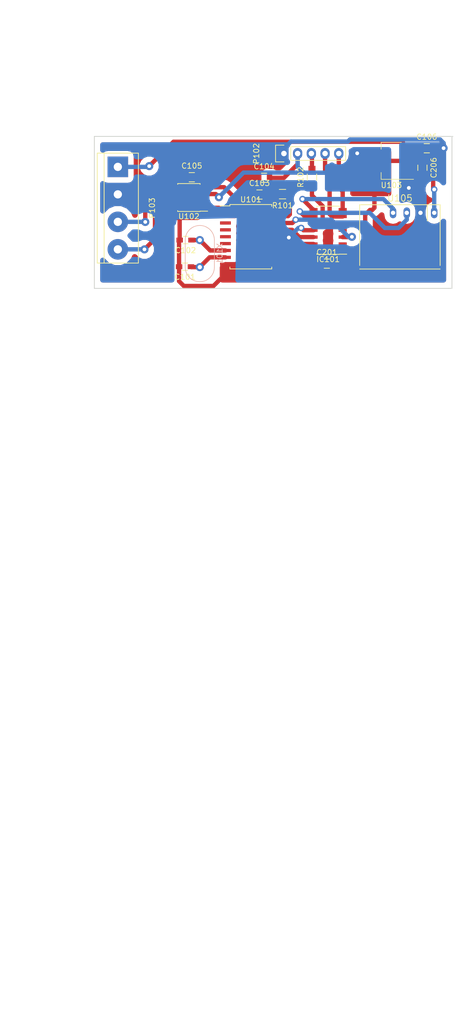
<source format=kicad_pcb>
(kicad_pcb (version 4) (host pcbnew 4.0.6)

  (general
    (links 48)
    (no_connects 0)
    (area 105.894999 108.738999 172.455001 136.979001)
    (thickness 1.6)
    (drawings 10)
    (tracks 199)
    (zones 0)
    (modules 18)
    (nets 21)
  )

  (page A4)
  (layers
    (0 F.Cu signal)
    (31 B.Cu signal)
    (32 B.Adhes user)
    (33 F.Adhes user)
    (34 B.Paste user)
    (35 F.Paste user)
    (36 B.SilkS user)
    (37 F.SilkS user)
    (38 B.Mask user)
    (39 F.Mask user)
    (40 Dwgs.User user)
    (41 Cmts.User user)
    (42 Eco1.User user)
    (43 Eco2.User user)
    (44 Edge.Cuts user)
    (45 Margin user)
    (46 B.CrtYd user)
    (47 F.CrtYd user)
    (48 B.Fab user)
    (49 F.Fab user)
  )

  (setup
    (last_trace_width 0.8)
    (trace_clearance 0.4)
    (zone_clearance 1)
    (zone_45_only yes)
    (trace_min 0.2)
    (segment_width 0.2)
    (edge_width 0.15)
    (via_size 1.2)
    (via_drill 0.7)
    (via_min_size 0.4)
    (via_min_drill 0.3)
    (uvia_size 0.3)
    (uvia_drill 0.1)
    (uvias_allowed no)
    (uvia_min_size 0.2)
    (uvia_min_drill 0.1)
    (pcb_text_width 0.3)
    (pcb_text_size 1.5 1.5)
    (mod_edge_width 0.15)
    (mod_text_size 1 1)
    (mod_text_width 0.15)
    (pad_size 1.524 1.524)
    (pad_drill 0.762)
    (pad_to_mask_clearance 0.2)
    (aux_axis_origin 105.31 137.464)
    (grid_origin 97.79 42.164)
    (visible_elements FFFFFF7F)
    (pcbplotparams
      (layerselection 0x00000_80000001)
      (usegerberextensions false)
      (excludeedgelayer true)
      (linewidth 0.100000)
      (plotframeref false)
      (viasonmask false)
      (mode 1)
      (useauxorigin true)
      (hpglpennumber 1)
      (hpglpenspeed 20)
      (hpglpendiameter 15)
      (hpglpenoverlay 2)
      (psnegative false)
      (psa4output false)
      (plotreference true)
      (plotvalue true)
      (plotinvisibletext false)
      (padsonsilk false)
      (subtractmaskfromsilk false)
      (outputformat 1)
      (mirror false)
      (drillshape 0)
      (scaleselection 1)
      (outputdirectory ""))
  )

  (net 0 "")
  (net 1 SCK)
  (net 2 MISO)
  (net 3 CANCS)
  (net 4 GND)
  (net 5 MOSI)
  (net 6 "Net-(C101-Pad1)")
  (net 7 "Net-(C102-Pad1)")
  (net 8 "Net-(R101-Pad1)")
  (net 9 "Net-(U101-Pad1)")
  (net 10 "Net-(U101-Pad2)")
  (net 11 5V)
  (net 12 12v)
  (net 13 "Net-(P102-Pad3)")
  (net 14 RX)
  (net 15 TX)
  (net 16 SDA)
  (net 17 SCL)
  (net 18 UDPI)
  (net 19 CANL)
  (net 20 CANH)

  (net_class Default "This is the default net class."
    (clearance 0.4)
    (trace_width 0.8)
    (via_dia 1.2)
    (via_drill 0.7)
    (uvia_dia 0.3)
    (uvia_drill 0.1)
    (add_net 12v)
    (add_net 5V)
    (add_net CANCS)
    (add_net CANH)
    (add_net CANL)
    (add_net GND)
    (add_net MISO)
    (add_net MOSI)
    (add_net "Net-(C101-Pad1)")
    (add_net "Net-(C102-Pad1)")
    (add_net "Net-(P102-Pad3)")
    (add_net "Net-(R101-Pad1)")
    (add_net "Net-(U101-Pad1)")
    (add_net "Net-(U101-Pad2)")
    (add_net RX)
    (add_net SCK)
    (add_net SCL)
    (add_net SDA)
    (add_net TX)
    (add_net UDPI)
  )

  (module Divers:BMP280 (layer F.Cu) (tedit 62C1C2B1) (tstamp 62C1AE04)
    (at 170.18 121.666 180)
    (path /62C252A1)
    (fp_text reference U105 (at 7.62 1.43 180) (layer F.SilkS)
      (effects (font (size 1.2 1.2) (thickness 0.15)))
    )
    (fp_text value BMP280 (at 7.62 -3.97 180) (layer F.Fab)
      (effects (font (size 1.2 1.2) (thickness 0.15)))
    )
    (fp_line (start 0.17 -11.66) (end 15.07 -11.66) (layer F.SilkS) (width 0.15))
    (fp_line (start 15.07 -11) (end 15.07 0.23) (layer F.SilkS) (width 0.15))
    (fp_line (start 15.07 0.23) (end 0.17 0.23) (layer F.SilkS) (width 0.15))
    (fp_line (start 0.17 0.23) (end 0.17 -11) (layer F.SilkS) (width 0.15))
    (fp_line (start 2.54 -2.77) (end 2.54 0.23) (layer F.SilkS) (width 0.15))
    (pad 1 thru_hole oval (at 1.27 -1.27 180) (size 1.2 2) (drill 0.8) (layers *.Cu *.Mask)
      (net 11 5V))
    (pad 2 thru_hole oval (at 3.81 -1.27 180) (size 1.2 2) (drill 0.8) (layers *.Cu *.Mask)
      (net 4 GND))
    (pad 3 thru_hole oval (at 6.35 -1.27 180) (size 1.2 2) (drill 0.8) (layers *.Cu *.Mask)
      (net 17 SCL))
    (pad 4 thru_hole oval (at 8.89 -1.27 180) (size 1.2 2) (drill 0.8) (layers *.Cu *.Mask)
      (net 16 SDA))
  )

  (module Resistors_SMD:R_0603_HandSoldering (layer F.Cu) (tedit 58307AEF) (tstamp 6168721D)
    (at 122.76 132.894 180)
    (descr "Resistor SMD 0603, hand soldering")
    (tags "resistor 0603")
    (path /61689DAF)
    (attr smd)
    (fp_text reference C101 (at 0 -1.9 180) (layer F.SilkS)
      (effects (font (size 1 1) (thickness 0.15)))
    )
    (fp_text value 22pF (at 0 1.9 180) (layer F.Fab)
      (effects (font (size 1 1) (thickness 0.15)))
    )
    (fp_line (start -0.8 0.4) (end -0.8 -0.4) (layer F.Fab) (width 0.1))
    (fp_line (start 0.8 0.4) (end -0.8 0.4) (layer F.Fab) (width 0.1))
    (fp_line (start 0.8 -0.4) (end 0.8 0.4) (layer F.Fab) (width 0.1))
    (fp_line (start -0.8 -0.4) (end 0.8 -0.4) (layer F.Fab) (width 0.1))
    (fp_line (start -2 -0.8) (end 2 -0.8) (layer F.CrtYd) (width 0.05))
    (fp_line (start -2 0.8) (end 2 0.8) (layer F.CrtYd) (width 0.05))
    (fp_line (start -2 -0.8) (end -2 0.8) (layer F.CrtYd) (width 0.05))
    (fp_line (start 2 -0.8) (end 2 0.8) (layer F.CrtYd) (width 0.05))
    (fp_line (start 0.5 0.675) (end -0.5 0.675) (layer F.SilkS) (width 0.15))
    (fp_line (start -0.5 -0.675) (end 0.5 -0.675) (layer F.SilkS) (width 0.15))
    (pad 1 smd rect (at -1.1 0 180) (size 1.2 0.9) (layers F.Cu F.Paste F.Mask)
      (net 6 "Net-(C101-Pad1)"))
    (pad 2 smd rect (at 1.1 0 180) (size 1.2 0.9) (layers F.Cu F.Paste F.Mask)
      (net 4 GND))
    (model Resistors_SMD.3dshapes/R_0603_HandSoldering.wrl
      (at (xyz 0 0 0))
      (scale (xyz 1 1 1))
      (rotate (xyz 0 0 0))
    )
  )

  (module Resistors_SMD:R_0603_HandSoldering (layer F.Cu) (tedit 58307AEF) (tstamp 61687223)
    (at 122.87 127.974 180)
    (descr "Resistor SMD 0603, hand soldering")
    (tags "resistor 0603")
    (path /616898F7)
    (attr smd)
    (fp_text reference C102 (at 0 -1.9 180) (layer F.SilkS)
      (effects (font (size 1 1) (thickness 0.15)))
    )
    (fp_text value 22pF (at 0 1.9 180) (layer F.Fab)
      (effects (font (size 1 1) (thickness 0.15)))
    )
    (fp_line (start -0.8 0.4) (end -0.8 -0.4) (layer F.Fab) (width 0.1))
    (fp_line (start 0.8 0.4) (end -0.8 0.4) (layer F.Fab) (width 0.1))
    (fp_line (start 0.8 -0.4) (end 0.8 0.4) (layer F.Fab) (width 0.1))
    (fp_line (start -0.8 -0.4) (end 0.8 -0.4) (layer F.Fab) (width 0.1))
    (fp_line (start -2 -0.8) (end 2 -0.8) (layer F.CrtYd) (width 0.05))
    (fp_line (start -2 0.8) (end 2 0.8) (layer F.CrtYd) (width 0.05))
    (fp_line (start -2 -0.8) (end -2 0.8) (layer F.CrtYd) (width 0.05))
    (fp_line (start 2 -0.8) (end 2 0.8) (layer F.CrtYd) (width 0.05))
    (fp_line (start 0.5 0.675) (end -0.5 0.675) (layer F.SilkS) (width 0.15))
    (fp_line (start -0.5 -0.675) (end 0.5 -0.675) (layer F.SilkS) (width 0.15))
    (pad 1 smd rect (at -1.1 0 180) (size 1.2 0.9) (layers F.Cu F.Paste F.Mask)
      (net 7 "Net-(C102-Pad1)"))
    (pad 2 smd rect (at 1.1 0 180) (size 1.2 0.9) (layers F.Cu F.Paste F.Mask)
      (net 4 GND))
    (model Resistors_SMD.3dshapes/R_0603_HandSoldering.wrl
      (at (xyz 0 0 0))
      (scale (xyz 1 1 1))
      (rotate (xyz 0 0 0))
    )
  )

  (module Resistors_SMD:R_0805_HandSoldering (layer F.Cu) (tedit 58307B90) (tstamp 6168723B)
    (at 140.82 119.484 180)
    (descr "Resistor SMD 0805, hand soldering")
    (tags "resistor 0805")
    (path /6168BE61)
    (attr smd)
    (fp_text reference R101 (at 0 -2.1 180) (layer F.SilkS)
      (effects (font (size 1 1) (thickness 0.15)))
    )
    (fp_text value 10K (at 0 2.1 180) (layer F.Fab)
      (effects (font (size 1 1) (thickness 0.15)))
    )
    (fp_line (start -1 0.625) (end -1 -0.625) (layer F.Fab) (width 0.1))
    (fp_line (start 1 0.625) (end -1 0.625) (layer F.Fab) (width 0.1))
    (fp_line (start 1 -0.625) (end 1 0.625) (layer F.Fab) (width 0.1))
    (fp_line (start -1 -0.625) (end 1 -0.625) (layer F.Fab) (width 0.1))
    (fp_line (start -2.4 -1) (end 2.4 -1) (layer F.CrtYd) (width 0.05))
    (fp_line (start -2.4 1) (end 2.4 1) (layer F.CrtYd) (width 0.05))
    (fp_line (start -2.4 -1) (end -2.4 1) (layer F.CrtYd) (width 0.05))
    (fp_line (start 2.4 -1) (end 2.4 1) (layer F.CrtYd) (width 0.05))
    (fp_line (start 0.6 0.875) (end -0.6 0.875) (layer F.SilkS) (width 0.15))
    (fp_line (start -0.6 -0.875) (end 0.6 -0.875) (layer F.SilkS) (width 0.15))
    (pad 1 smd rect (at -1.35 0 180) (size 1.5 1.3) (layers F.Cu F.Paste F.Mask)
      (net 8 "Net-(R101-Pad1)"))
    (pad 2 smd rect (at 1.35 0 180) (size 1.5 1.3) (layers F.Cu F.Paste F.Mask)
      (net 11 5V))
    (model Resistors_SMD.3dshapes/R_0805_HandSoldering.wrl
      (at (xyz 0 0 0))
      (scale (xyz 1 1 1))
      (rotate (xyz 0 0 0))
    )
  )

  (module Housings_SOIC:SOIC-18W_7.5x11.6mm_Pitch1.27mm (layer F.Cu) (tedit 5750353E) (tstamp 61687251)
    (at 134.95 127.354)
    (descr "18-Lead Plastic Small Outline (SO) - Wide, 7.50 mm Body [SOIC] (see Microchip Packaging Specification 00000049BS.pdf)")
    (tags "SOIC 1.27")
    (path /61686923)
    (attr smd)
    (fp_text reference U101 (at 0 -6.875) (layer F.SilkS)
      (effects (font (size 1 1) (thickness 0.15)))
    )
    (fp_text value MCP2515 (at 0 6.875) (layer F.Fab)
      (effects (font (size 1 1) (thickness 0.15)))
    )
    (fp_line (start -2.75 -5.8) (end 3.75 -5.8) (layer F.Fab) (width 0.15))
    (fp_line (start 3.75 -5.8) (end 3.75 5.8) (layer F.Fab) (width 0.15))
    (fp_line (start 3.75 5.8) (end -3.75 5.8) (layer F.Fab) (width 0.15))
    (fp_line (start -3.75 5.8) (end -3.75 -4.8) (layer F.Fab) (width 0.15))
    (fp_line (start -3.75 -4.8) (end -2.75 -5.8) (layer F.Fab) (width 0.15))
    (fp_line (start -5.95 -6.15) (end -5.95 6.15) (layer F.CrtYd) (width 0.05))
    (fp_line (start 5.95 -6.15) (end 5.95 6.15) (layer F.CrtYd) (width 0.05))
    (fp_line (start -5.95 -6.15) (end 5.95 -6.15) (layer F.CrtYd) (width 0.05))
    (fp_line (start -5.95 6.15) (end 5.95 6.15) (layer F.CrtYd) (width 0.05))
    (fp_line (start -3.875 -5.95) (end -3.875 -5.7) (layer F.SilkS) (width 0.15))
    (fp_line (start 3.875 -5.95) (end 3.875 -5.605) (layer F.SilkS) (width 0.15))
    (fp_line (start 3.875 5.95) (end 3.875 5.605) (layer F.SilkS) (width 0.15))
    (fp_line (start -3.875 5.95) (end -3.875 5.605) (layer F.SilkS) (width 0.15))
    (fp_line (start -3.875 -5.95) (end 3.875 -5.95) (layer F.SilkS) (width 0.15))
    (fp_line (start -3.875 5.95) (end 3.875 5.95) (layer F.SilkS) (width 0.15))
    (fp_line (start -3.875 -5.7) (end -5.7 -5.7) (layer F.SilkS) (width 0.15))
    (pad 1 smd rect (at -4.7 -5.08) (size 2 0.6) (layers F.Cu F.Paste F.Mask)
      (net 9 "Net-(U101-Pad1)"))
    (pad 2 smd rect (at -4.7 -3.81) (size 2 0.6) (layers F.Cu F.Paste F.Mask)
      (net 10 "Net-(U101-Pad2)"))
    (pad 3 smd rect (at -4.7 -2.54) (size 2 0.6) (layers F.Cu F.Paste F.Mask))
    (pad 4 smd rect (at -4.7 -1.27) (size 2 0.6) (layers F.Cu F.Paste F.Mask))
    (pad 5 smd rect (at -4.7 0) (size 2 0.6) (layers F.Cu F.Paste F.Mask))
    (pad 6 smd rect (at -4.7 1.27) (size 2 0.6) (layers F.Cu F.Paste F.Mask))
    (pad 7 smd rect (at -4.7 2.54) (size 2 0.6) (layers F.Cu F.Paste F.Mask)
      (net 7 "Net-(C102-Pad1)"))
    (pad 8 smd rect (at -4.7 3.81) (size 2 0.6) (layers F.Cu F.Paste F.Mask)
      (net 6 "Net-(C101-Pad1)"))
    (pad 9 smd rect (at -4.7 5.08) (size 2 0.6) (layers F.Cu F.Paste F.Mask)
      (net 4 GND))
    (pad 10 smd rect (at 4.7 5.08) (size 2 0.6) (layers F.Cu F.Paste F.Mask))
    (pad 11 smd rect (at 4.7 3.81) (size 2 0.6) (layers F.Cu F.Paste F.Mask))
    (pad 12 smd rect (at 4.7 2.54) (size 2 0.6) (layers F.Cu F.Paste F.Mask))
    (pad 13 smd rect (at 4.7 1.27) (size 2 0.6) (layers F.Cu F.Paste F.Mask)
      (net 1 SCK))
    (pad 14 smd rect (at 4.7 0) (size 2 0.6) (layers F.Cu F.Paste F.Mask)
      (net 5 MOSI))
    (pad 15 smd rect (at 4.7 -1.27) (size 2 0.6) (layers F.Cu F.Paste F.Mask)
      (net 2 MISO))
    (pad 16 smd rect (at 4.7 -2.54) (size 2 0.6) (layers F.Cu F.Paste F.Mask)
      (net 3 CANCS))
    (pad 17 smd rect (at 4.7 -3.81) (size 2 0.6) (layers F.Cu F.Paste F.Mask)
      (net 8 "Net-(R101-Pad1)"))
    (pad 18 smd rect (at 4.7 -5.08) (size 2 0.6) (layers F.Cu F.Paste F.Mask)
      (net 11 5V))
    (model Housings_SOIC.3dshapes/SOIC-18_7.5x11.6mm_Pitch1.27mm.wrl
      (at (xyz 0 0 0))
      (scale (xyz 1 1 1))
      (rotate (xyz 0 0 0))
    )
  )

  (module Housings_SOIC:SOIC-8_3.9x4.9mm_Pitch1.27mm (layer F.Cu) (tedit 54130A77) (tstamp 6168725D)
    (at 123.48 120.104 180)
    (descr "8-Lead Plastic Small Outline (SN) - Narrow, 3.90 mm Body [SOIC] (see Microchip Packaging Specification 00000049BS.pdf)")
    (tags "SOIC 1.27")
    (path /62C1D654)
    (attr smd)
    (fp_text reference U102 (at 0 -3.5 180) (layer F.SilkS)
      (effects (font (size 1 1) (thickness 0.15)))
    )
    (fp_text value TJA1050 (at 0 3.5 180) (layer F.Fab)
      (effects (font (size 1 1) (thickness 0.15)))
    )
    (fp_line (start -0.95 -2.45) (end 1.95 -2.45) (layer F.Fab) (width 0.15))
    (fp_line (start 1.95 -2.45) (end 1.95 2.45) (layer F.Fab) (width 0.15))
    (fp_line (start 1.95 2.45) (end -1.95 2.45) (layer F.Fab) (width 0.15))
    (fp_line (start -1.95 2.45) (end -1.95 -1.45) (layer F.Fab) (width 0.15))
    (fp_line (start -1.95 -1.45) (end -0.95 -2.45) (layer F.Fab) (width 0.15))
    (fp_line (start -3.75 -2.75) (end -3.75 2.75) (layer F.CrtYd) (width 0.05))
    (fp_line (start 3.75 -2.75) (end 3.75 2.75) (layer F.CrtYd) (width 0.05))
    (fp_line (start -3.75 -2.75) (end 3.75 -2.75) (layer F.CrtYd) (width 0.05))
    (fp_line (start -3.75 2.75) (end 3.75 2.75) (layer F.CrtYd) (width 0.05))
    (fp_line (start -2.075 -2.575) (end -2.075 -2.525) (layer F.SilkS) (width 0.15))
    (fp_line (start 2.075 -2.575) (end 2.075 -2.43) (layer F.SilkS) (width 0.15))
    (fp_line (start 2.075 2.575) (end 2.075 2.43) (layer F.SilkS) (width 0.15))
    (fp_line (start -2.075 2.575) (end -2.075 2.43) (layer F.SilkS) (width 0.15))
    (fp_line (start -2.075 -2.575) (end 2.075 -2.575) (layer F.SilkS) (width 0.15))
    (fp_line (start -2.075 2.575) (end 2.075 2.575) (layer F.SilkS) (width 0.15))
    (fp_line (start -2.075 -2.525) (end -3.475 -2.525) (layer F.SilkS) (width 0.15))
    (pad 1 smd rect (at -2.7 -1.905 180) (size 1.55 0.6) (layers F.Cu F.Paste F.Mask)
      (net 9 "Net-(U101-Pad1)"))
    (pad 2 smd rect (at -2.7 -0.635 180) (size 1.55 0.6) (layers F.Cu F.Paste F.Mask)
      (net 4 GND))
    (pad 3 smd rect (at -2.7 0.635 180) (size 1.55 0.6) (layers F.Cu F.Paste F.Mask)
      (net 11 5V))
    (pad 4 smd rect (at -2.7 1.905 180) (size 1.55 0.6) (layers F.Cu F.Paste F.Mask)
      (net 10 "Net-(U101-Pad2)"))
    (pad 5 smd rect (at 2.7 1.905 180) (size 1.55 0.6) (layers F.Cu F.Paste F.Mask))
    (pad 6 smd rect (at 2.7 0.635 180) (size 1.55 0.6) (layers F.Cu F.Paste F.Mask)
      (net 19 CANL))
    (pad 7 smd rect (at 2.7 -0.635 180) (size 1.55 0.6) (layers F.Cu F.Paste F.Mask)
      (net 20 CANH))
    (pad 8 smd rect (at 2.7 -1.905 180) (size 1.55 0.6) (layers F.Cu F.Paste F.Mask)
      (net 4 GND))
    (model Housings_SOIC.3dshapes/SOIC-8_3.9x4.9mm_Pitch1.27mm.wrl
      (at (xyz 0 0 0))
      (scale (xyz 1 1 1))
      (rotate (xyz 0 0 0))
    )
  )

  (module Crystals:Resonator-2pin_w10.0mm_h5.0mm (layer B.Cu) (tedit 58778156) (tstamp 616872F7)
    (at 125.5 132.974 90)
    (descr "Ceramic Resomator/Filter 10.0x5.0 RedFrequency MG/MT/MX series, http://www.red-frequency.com/download/datenblatt/redfrequency-datenblatt-ir-zta.pdf, length*width=10.0x5.0mm^2 package, package length=10.0mm, package width=5.0mm, 2 pins")
    (tags "THT ceramic resonator filter")
    (path /616893E5)
    (fp_text reference X101 (at 2.5 3.7 90) (layer B.SilkS)
      (effects (font (size 1 1) (thickness 0.15)) (justify mirror))
    )
    (fp_text value 8MHz (at 2.5 -3.7 90) (layer B.Fab)
      (effects (font (size 1 1) (thickness 0.15)) (justify mirror))
    )
    (fp_arc (start 0 0) (end 0 2.5) (angle 180) (layer B.Fab) (width 0.1))
    (fp_arc (start 5 0) (end 5 2.5) (angle -180) (layer B.Fab) (width 0.1))
    (fp_arc (start 0 0) (end 0 2.5) (angle 180) (layer B.Fab) (width 0.1))
    (fp_arc (start 5 0) (end 5 2.5) (angle -180) (layer B.Fab) (width 0.1))
    (fp_arc (start 0 0) (end 0 2.7) (angle 180) (layer B.SilkS) (width 0.12))
    (fp_arc (start 5 0) (end 5 2.7) (angle -180) (layer B.SilkS) (width 0.12))
    (fp_line (start 0 2.5) (end 5 2.5) (layer B.Fab) (width 0.1))
    (fp_line (start 0 -2.5) (end 5 -2.5) (layer B.Fab) (width 0.1))
    (fp_line (start 0 2.5) (end 5 2.5) (layer B.Fab) (width 0.1))
    (fp_line (start 0 -2.5) (end 5 -2.5) (layer B.Fab) (width 0.1))
    (fp_line (start 0 2.7) (end 5 2.7) (layer B.SilkS) (width 0.12))
    (fp_line (start 0 -2.7) (end 5 -2.7) (layer B.SilkS) (width 0.12))
    (fp_line (start -3 3) (end -3 -3) (layer B.CrtYd) (width 0.05))
    (fp_line (start -3 -3) (end 8 -3) (layer B.CrtYd) (width 0.05))
    (fp_line (start 8 -3) (end 8 3) (layer B.CrtYd) (width 0.05))
    (fp_line (start 8 3) (end -3 3) (layer B.CrtYd) (width 0.05))
    (pad 1 thru_hole circle (at 0 0 90) (size 1.5 1.5) (drill 0.8) (layers *.Cu *.Mask)
      (net 6 "Net-(C101-Pad1)"))
    (pad 2 thru_hole circle (at 5 0 90) (size 1.5 1.5) (drill 0.8) (layers *.Cu *.Mask)
      (net 7 "Net-(C102-Pad1)"))
    (model Crystals.3dshapes/Resonator-2pin_w10.0mm_h5.0mm.wrl
      (at (xyz 0 0 0))
      (scale (xyz 0.393701 0.393701 0.393701))
      (rotate (xyz 0 0 0))
    )
  )

  (module Capacitors_SMD:C_0805 (layer F.Cu) (tedit 5415D6EA) (tstamp 62C1AD92)
    (at 136.55 119.554)
    (descr "Capacitor SMD 0805, reflow soldering, AVX (see smccp.pdf)")
    (tags "capacitor 0805")
    (path /6168CA4E)
    (attr smd)
    (fp_text reference C103 (at 0 -2.1) (layer F.SilkS)
      (effects (font (size 1 1) (thickness 0.15)))
    )
    (fp_text value 10uF (at 0 2.1) (layer F.Fab)
      (effects (font (size 1 1) (thickness 0.15)))
    )
    (fp_line (start -1 0.625) (end -1 -0.625) (layer F.Fab) (width 0.15))
    (fp_line (start 1 0.625) (end -1 0.625) (layer F.Fab) (width 0.15))
    (fp_line (start 1 -0.625) (end 1 0.625) (layer F.Fab) (width 0.15))
    (fp_line (start -1 -0.625) (end 1 -0.625) (layer F.Fab) (width 0.15))
    (fp_line (start -1.8 -1) (end 1.8 -1) (layer F.CrtYd) (width 0.05))
    (fp_line (start -1.8 1) (end 1.8 1) (layer F.CrtYd) (width 0.05))
    (fp_line (start -1.8 -1) (end -1.8 1) (layer F.CrtYd) (width 0.05))
    (fp_line (start 1.8 -1) (end 1.8 1) (layer F.CrtYd) (width 0.05))
    (fp_line (start 0.5 -0.85) (end -0.5 -0.85) (layer F.SilkS) (width 0.15))
    (fp_line (start -0.5 0.85) (end 0.5 0.85) (layer F.SilkS) (width 0.15))
    (pad 1 smd rect (at -1 0) (size 1 1.25) (layers F.Cu F.Paste F.Mask)
      (net 4 GND))
    (pad 2 smd rect (at 1 0) (size 1 1.25) (layers F.Cu F.Paste F.Mask)
      (net 11 5V))
    (model Capacitors_SMD.3dshapes/C_0805.wrl
      (at (xyz 0 0 0))
      (scale (xyz 1 1 1))
      (rotate (xyz 0 0 0))
    )
  )

  (module Capacitors_SMD:C_0805 (layer F.Cu) (tedit 5415D6EA) (tstamp 62C1AD97)
    (at 137.41 116.464)
    (descr "Capacitor SMD 0805, reflow soldering, AVX (see smccp.pdf)")
    (tags "capacitor 0805")
    (path /6168C998)
    (attr smd)
    (fp_text reference C104 (at 0 -2.1) (layer F.SilkS)
      (effects (font (size 1 1) (thickness 0.15)))
    )
    (fp_text value 100nF (at 0 2.1) (layer F.Fab)
      (effects (font (size 1 1) (thickness 0.15)))
    )
    (fp_line (start -1 0.625) (end -1 -0.625) (layer F.Fab) (width 0.15))
    (fp_line (start 1 0.625) (end -1 0.625) (layer F.Fab) (width 0.15))
    (fp_line (start 1 -0.625) (end 1 0.625) (layer F.Fab) (width 0.15))
    (fp_line (start -1 -0.625) (end 1 -0.625) (layer F.Fab) (width 0.15))
    (fp_line (start -1.8 -1) (end 1.8 -1) (layer F.CrtYd) (width 0.05))
    (fp_line (start -1.8 1) (end 1.8 1) (layer F.CrtYd) (width 0.05))
    (fp_line (start -1.8 -1) (end -1.8 1) (layer F.CrtYd) (width 0.05))
    (fp_line (start 1.8 -1) (end 1.8 1) (layer F.CrtYd) (width 0.05))
    (fp_line (start 0.5 -0.85) (end -0.5 -0.85) (layer F.SilkS) (width 0.15))
    (fp_line (start -0.5 0.85) (end 0.5 0.85) (layer F.SilkS) (width 0.15))
    (pad 1 smd rect (at -1 0) (size 1 1.25) (layers F.Cu F.Paste F.Mask)
      (net 4 GND))
    (pad 2 smd rect (at 1 0) (size 1 1.25) (layers F.Cu F.Paste F.Mask)
      (net 11 5V))
    (model Capacitors_SMD.3dshapes/C_0805.wrl
      (at (xyz 0 0 0))
      (scale (xyz 1 1 1))
      (rotate (xyz 0 0 0))
    )
  )

  (module Capacitors_SMD:C_0805 (layer F.Cu) (tedit 5415D6EA) (tstamp 62C1AD9C)
    (at 124.02 116.354)
    (descr "Capacitor SMD 0805, reflow soldering, AVX (see smccp.pdf)")
    (tags "capacitor 0805")
    (path /6168C8B8)
    (attr smd)
    (fp_text reference C105 (at 0 -2.1) (layer F.SilkS)
      (effects (font (size 1 1) (thickness 0.15)))
    )
    (fp_text value 100nF (at 0 2.1) (layer F.Fab)
      (effects (font (size 1 1) (thickness 0.15)))
    )
    (fp_line (start -1 0.625) (end -1 -0.625) (layer F.Fab) (width 0.15))
    (fp_line (start 1 0.625) (end -1 0.625) (layer F.Fab) (width 0.15))
    (fp_line (start 1 -0.625) (end 1 0.625) (layer F.Fab) (width 0.15))
    (fp_line (start -1 -0.625) (end 1 -0.625) (layer F.Fab) (width 0.15))
    (fp_line (start -1.8 -1) (end 1.8 -1) (layer F.CrtYd) (width 0.05))
    (fp_line (start -1.8 1) (end 1.8 1) (layer F.CrtYd) (width 0.05))
    (fp_line (start -1.8 -1) (end -1.8 1) (layer F.CrtYd) (width 0.05))
    (fp_line (start 1.8 -1) (end 1.8 1) (layer F.CrtYd) (width 0.05))
    (fp_line (start 0.5 -0.85) (end -0.5 -0.85) (layer F.SilkS) (width 0.15))
    (fp_line (start -0.5 0.85) (end 0.5 0.85) (layer F.SilkS) (width 0.15))
    (pad 1 smd rect (at -1 0) (size 1 1.25) (layers F.Cu F.Paste F.Mask)
      (net 4 GND))
    (pad 2 smd rect (at 1 0) (size 1 1.25) (layers F.Cu F.Paste F.Mask)
      (net 11 5V))
    (model Capacitors_SMD.3dshapes/C_0805.wrl
      (at (xyz 0 0 0))
      (scale (xyz 1 1 1))
      (rotate (xyz 0 0 0))
    )
  )

  (module Capacitors_SMD:C_0805 (layer F.Cu) (tedit 5415D6EA) (tstamp 62C1ADA6)
    (at 167.54 111.004)
    (descr "Capacitor SMD 0805, reflow soldering, AVX (see smccp.pdf)")
    (tags "capacitor 0805")
    (path /62C20795)
    (attr smd)
    (fp_text reference C106 (at 0 -2.1) (layer F.SilkS)
      (effects (font (size 1 1) (thickness 0.15)))
    )
    (fp_text value 10uF (at 0 2.1) (layer F.Fab)
      (effects (font (size 1 1) (thickness 0.15)))
    )
    (fp_line (start -1 0.625) (end -1 -0.625) (layer F.Fab) (width 0.15))
    (fp_line (start 1 0.625) (end -1 0.625) (layer F.Fab) (width 0.15))
    (fp_line (start 1 -0.625) (end 1 0.625) (layer F.Fab) (width 0.15))
    (fp_line (start -1 -0.625) (end 1 -0.625) (layer F.Fab) (width 0.15))
    (fp_line (start -1.8 -1) (end 1.8 -1) (layer F.CrtYd) (width 0.05))
    (fp_line (start -1.8 1) (end 1.8 1) (layer F.CrtYd) (width 0.05))
    (fp_line (start -1.8 -1) (end -1.8 1) (layer F.CrtYd) (width 0.05))
    (fp_line (start 1.8 -1) (end 1.8 1) (layer F.CrtYd) (width 0.05))
    (fp_line (start 0.5 -0.85) (end -0.5 -0.85) (layer F.SilkS) (width 0.15))
    (fp_line (start -0.5 0.85) (end 0.5 0.85) (layer F.SilkS) (width 0.15))
    (pad 1 smd rect (at -1 0) (size 1 1.25) (layers F.Cu F.Paste F.Mask)
      (net 12 12v))
    (pad 2 smd rect (at 1 0) (size 1 1.25) (layers F.Cu F.Paste F.Mask)
      (net 4 GND))
    (model Capacitors_SMD.3dshapes/C_0805.wrl
      (at (xyz 0 0 0))
      (scale (xyz 1 1 1))
      (rotate (xyz 0 0 0))
    )
  )

  (module Capacitors_SMD:C_0805 (layer F.Cu) (tedit 5415D6EA) (tstamp 62C1ADAD)
    (at 149.03 132.324)
    (descr "Capacitor SMD 0805, reflow soldering, AVX (see smccp.pdf)")
    (tags "capacitor 0805")
    (path /616443DB)
    (attr smd)
    (fp_text reference C201 (at 0 -2.1) (layer F.SilkS)
      (effects (font (size 1 1) (thickness 0.15)))
    )
    (fp_text value 100nF (at 0 2.1) (layer F.Fab)
      (effects (font (size 1 1) (thickness 0.15)))
    )
    (fp_line (start -1 0.625) (end -1 -0.625) (layer F.Fab) (width 0.15))
    (fp_line (start 1 0.625) (end -1 0.625) (layer F.Fab) (width 0.15))
    (fp_line (start 1 -0.625) (end 1 0.625) (layer F.Fab) (width 0.15))
    (fp_line (start -1 -0.625) (end 1 -0.625) (layer F.Fab) (width 0.15))
    (fp_line (start -1.8 -1) (end 1.8 -1) (layer F.CrtYd) (width 0.05))
    (fp_line (start -1.8 1) (end 1.8 1) (layer F.CrtYd) (width 0.05))
    (fp_line (start -1.8 -1) (end -1.8 1) (layer F.CrtYd) (width 0.05))
    (fp_line (start 1.8 -1) (end 1.8 1) (layer F.CrtYd) (width 0.05))
    (fp_line (start 0.5 -0.85) (end -0.5 -0.85) (layer F.SilkS) (width 0.15))
    (fp_line (start -0.5 0.85) (end 0.5 0.85) (layer F.SilkS) (width 0.15))
    (pad 1 smd rect (at -1 0) (size 1 1.25) (layers F.Cu F.Paste F.Mask)
      (net 4 GND))
    (pad 2 smd rect (at 1 0) (size 1 1.25) (layers F.Cu F.Paste F.Mask)
      (net 11 5V))
    (model Capacitors_SMD.3dshapes/C_0805.wrl
      (at (xyz 0 0 0))
      (scale (xyz 1 1 1))
      (rotate (xyz 0 0 0))
    )
  )

  (module Capacitors_SMD:C_0805 (layer F.Cu) (tedit 5415D6EA) (tstamp 62C1ADB2)
    (at 166.73 114.604 270)
    (descr "Capacitor SMD 0805, reflow soldering, AVX (see smccp.pdf)")
    (tags "capacitor 0805")
    (path /61053BCD)
    (attr smd)
    (fp_text reference C206 (at 0 -2.1 270) (layer F.SilkS)
      (effects (font (size 1 1) (thickness 0.15)))
    )
    (fp_text value 10uF (at 0 2.1 270) (layer F.Fab)
      (effects (font (size 1 1) (thickness 0.15)))
    )
    (fp_line (start -1 0.625) (end -1 -0.625) (layer F.Fab) (width 0.15))
    (fp_line (start 1 0.625) (end -1 0.625) (layer F.Fab) (width 0.15))
    (fp_line (start 1 -0.625) (end 1 0.625) (layer F.Fab) (width 0.15))
    (fp_line (start -1 -0.625) (end 1 -0.625) (layer F.Fab) (width 0.15))
    (fp_line (start -1.8 -1) (end 1.8 -1) (layer F.CrtYd) (width 0.05))
    (fp_line (start -1.8 1) (end 1.8 1) (layer F.CrtYd) (width 0.05))
    (fp_line (start -1.8 -1) (end -1.8 1) (layer F.CrtYd) (width 0.05))
    (fp_line (start 1.8 -1) (end 1.8 1) (layer F.CrtYd) (width 0.05))
    (fp_line (start 0.5 -0.85) (end -0.5 -0.85) (layer F.SilkS) (width 0.15))
    (fp_line (start -0.5 0.85) (end 0.5 0.85) (layer F.SilkS) (width 0.15))
    (pad 1 smd rect (at -1 0 270) (size 1 1.25) (layers F.Cu F.Paste F.Mask)
      (net 11 5V))
    (pad 2 smd rect (at 1 0 270) (size 1 1.25) (layers F.Cu F.Paste F.Mask)
      (net 4 GND))
    (model Capacitors_SMD.3dshapes/C_0805.wrl
      (at (xyz 0 0 0))
      (scale (xyz 1 1 1))
      (rotate (xyz 0 0 0))
    )
  )

  (module Pin_Headers:Pin_Header_Straight_1x05 (layer F.Cu) (tedit 54EA0684) (tstamp 62C1ADBF)
    (at 141.08 111.974 90)
    (descr "Through hole pin header")
    (tags "pin header")
    (path /62C279DC)
    (fp_text reference P102 (at 0 -5.1 90) (layer F.SilkS)
      (effects (font (size 1 1) (thickness 0.15)))
    )
    (fp_text value CONN_5 (at 0 -3.1 90) (layer F.Fab)
      (effects (font (size 1 1) (thickness 0.15)))
    )
    (fp_line (start -1.55 0) (end -1.55 -1.55) (layer F.SilkS) (width 0.15))
    (fp_line (start -1.55 -1.55) (end 1.55 -1.55) (layer F.SilkS) (width 0.15))
    (fp_line (start 1.55 -1.55) (end 1.55 0) (layer F.SilkS) (width 0.15))
    (fp_line (start -1.75 -1.75) (end -1.75 11.95) (layer F.CrtYd) (width 0.05))
    (fp_line (start 1.75 -1.75) (end 1.75 11.95) (layer F.CrtYd) (width 0.05))
    (fp_line (start -1.75 -1.75) (end 1.75 -1.75) (layer F.CrtYd) (width 0.05))
    (fp_line (start -1.75 11.95) (end 1.75 11.95) (layer F.CrtYd) (width 0.05))
    (fp_line (start 1.27 1.27) (end 1.27 11.43) (layer F.SilkS) (width 0.15))
    (fp_line (start 1.27 11.43) (end -1.27 11.43) (layer F.SilkS) (width 0.15))
    (fp_line (start -1.27 11.43) (end -1.27 1.27) (layer F.SilkS) (width 0.15))
    (fp_line (start 1.27 1.27) (end -1.27 1.27) (layer F.SilkS) (width 0.15))
    (pad 1 thru_hole rect (at 0 0 90) (size 2.032 1.7272) (drill 1.016) (layers *.Cu *.Mask)
      (net 4 GND))
    (pad 2 thru_hole oval (at 0 2.54 90) (size 2.032 1.7272) (drill 1.016) (layers *.Cu *.Mask)
      (net 11 5V))
    (pad 3 thru_hole oval (at 0 5.08 90) (size 2.032 1.7272) (drill 1.016) (layers *.Cu *.Mask)
      (net 13 "Net-(P102-Pad3)"))
    (pad 4 thru_hole oval (at 0 7.62 90) (size 2.032 1.7272) (drill 1.016) (layers *.Cu *.Mask)
      (net 14 RX))
    (pad 5 thru_hole oval (at 0 10.16 90) (size 2.032 1.7272) (drill 1.016) (layers *.Cu *.Mask)
      (net 15 TX))
    (model Pin_Headers.3dshapes/Pin_Header_Straight_1x05.wrl
      (at (xyz 0 -0.2 0))
      (scale (xyz 1 1 1))
      (rotate (xyz 0 0 90))
    )
  )

  (module Resistors_SMD:R_0805_HandSoldering (layer F.Cu) (tedit 58307B90) (tstamp 62C1ADD3)
    (at 146.27 116.354 90)
    (descr "Resistor SMD 0805, hand soldering")
    (tags "resistor 0805")
    (path /62C27FC6)
    (attr smd)
    (fp_text reference R102 (at 0 -2.1 90) (layer F.SilkS)
      (effects (font (size 1 1) (thickness 0.15)))
    )
    (fp_text value 270R (at 0 2.1 90) (layer F.Fab)
      (effects (font (size 1 1) (thickness 0.15)))
    )
    (fp_line (start -1 0.625) (end -1 -0.625) (layer F.Fab) (width 0.1))
    (fp_line (start 1 0.625) (end -1 0.625) (layer F.Fab) (width 0.1))
    (fp_line (start 1 -0.625) (end 1 0.625) (layer F.Fab) (width 0.1))
    (fp_line (start -1 -0.625) (end 1 -0.625) (layer F.Fab) (width 0.1))
    (fp_line (start -2.4 -1) (end 2.4 -1) (layer F.CrtYd) (width 0.05))
    (fp_line (start -2.4 1) (end 2.4 1) (layer F.CrtYd) (width 0.05))
    (fp_line (start -2.4 -1) (end -2.4 1) (layer F.CrtYd) (width 0.05))
    (fp_line (start 2.4 -1) (end 2.4 1) (layer F.CrtYd) (width 0.05))
    (fp_line (start 0.6 0.875) (end -0.6 0.875) (layer F.SilkS) (width 0.15))
    (fp_line (start -0.6 -0.875) (end 0.6 -0.875) (layer F.SilkS) (width 0.15))
    (pad 1 smd rect (at -1.35 0 90) (size 1.5 1.3) (layers F.Cu F.Paste F.Mask)
      (net 18 UDPI))
    (pad 2 smd rect (at 1.35 0 90) (size 1.5 1.3) (layers F.Cu F.Paste F.Mask)
      (net 13 "Net-(P102-Pad3)"))
    (model Resistors_SMD.3dshapes/R_0805_HandSoldering.wrl
      (at (xyz 0 0 0))
      (scale (xyz 1 1 1))
      (rotate (xyz 0 0 0))
    )
  )

  (module Housings_SOIC:SOIC-14_3.9x8.7mm_Pitch1.27mm (layer F.Cu) (tedit 574D9791) (tstamp 62C1B19B)
    (at 149.26 126.154 180)
    (descr "14-Lead Plastic Small Outline (SL) - Narrow, 3.90 mm Body [SOIC] (see Microchip Packaging Specification 00000049BS.pdf)")
    (tags "SOIC 1.27")
    (path /62C1D72E)
    (attr smd)
    (fp_text reference IC101 (at 0 -5.375 180) (layer F.SilkS)
      (effects (font (size 1 1) (thickness 0.15)))
    )
    (fp_text value ATTINY3224-SS (at 0 5.375 180) (layer F.Fab)
      (effects (font (size 1 1) (thickness 0.15)))
    )
    (fp_line (start -0.95 -4.35) (end 1.95 -4.35) (layer F.Fab) (width 0.15))
    (fp_line (start 1.95 -4.35) (end 1.95 4.35) (layer F.Fab) (width 0.15))
    (fp_line (start 1.95 4.35) (end -1.95 4.35) (layer F.Fab) (width 0.15))
    (fp_line (start -1.95 4.35) (end -1.95 -3.35) (layer F.Fab) (width 0.15))
    (fp_line (start -1.95 -3.35) (end -0.95 -4.35) (layer F.Fab) (width 0.15))
    (fp_line (start -3.7 -4.65) (end -3.7 4.65) (layer F.CrtYd) (width 0.05))
    (fp_line (start 3.7 -4.65) (end 3.7 4.65) (layer F.CrtYd) (width 0.05))
    (fp_line (start -3.7 -4.65) (end 3.7 -4.65) (layer F.CrtYd) (width 0.05))
    (fp_line (start -3.7 4.65) (end 3.7 4.65) (layer F.CrtYd) (width 0.05))
    (fp_line (start -2.075 -4.45) (end -2.075 -4.425) (layer F.SilkS) (width 0.15))
    (fp_line (start 2.075 -4.45) (end 2.075 -4.335) (layer F.SilkS) (width 0.15))
    (fp_line (start 2.075 4.45) (end 2.075 4.335) (layer F.SilkS) (width 0.15))
    (fp_line (start -2.075 4.45) (end -2.075 4.335) (layer F.SilkS) (width 0.15))
    (fp_line (start -2.075 -4.45) (end 2.075 -4.45) (layer F.SilkS) (width 0.15))
    (fp_line (start -2.075 4.45) (end 2.075 4.45) (layer F.SilkS) (width 0.15))
    (fp_line (start -2.075 -4.425) (end -3.45 -4.425) (layer F.SilkS) (width 0.15))
    (pad 1 smd rect (at -2.7 -3.81 180) (size 1.5 0.6) (layers F.Cu F.Paste F.Mask)
      (net 11 5V))
    (pad 2 smd rect (at -2.7 -2.54 180) (size 1.5 0.6) (layers F.Cu F.Paste F.Mask))
    (pad 3 smd rect (at -2.7 -1.27 180) (size 1.5 0.6) (layers F.Cu F.Paste F.Mask)
      (net 3 CANCS))
    (pad 4 smd rect (at -2.7 0 180) (size 1.5 0.6) (layers F.Cu F.Paste F.Mask))
    (pad 5 smd rect (at -2.7 1.27 180) (size 1.5 0.6) (layers F.Cu F.Paste F.Mask))
    (pad 6 smd rect (at -2.7 2.54 180) (size 1.5 0.6) (layers F.Cu F.Paste F.Mask)
      (net 14 RX))
    (pad 7 smd rect (at -2.7 3.81 180) (size 1.5 0.6) (layers F.Cu F.Paste F.Mask)
      (net 15 TX))
    (pad 8 smd rect (at 2.7 3.81 180) (size 1.5 0.6) (layers F.Cu F.Paste F.Mask)
      (net 16 SDA))
    (pad 9 smd rect (at 2.7 2.54 180) (size 1.5 0.6) (layers F.Cu F.Paste F.Mask)
      (net 17 SCL))
    (pad 10 smd rect (at 2.7 1.27 180) (size 1.5 0.6) (layers F.Cu F.Paste F.Mask)
      (net 18 UDPI))
    (pad 11 smd rect (at 2.7 0 180) (size 1.5 0.6) (layers F.Cu F.Paste F.Mask)
      (net 5 MOSI))
    (pad 12 smd rect (at 2.7 -1.27 180) (size 1.5 0.6) (layers F.Cu F.Paste F.Mask)
      (net 2 MISO))
    (pad 13 smd rect (at 2.7 -2.54 180) (size 1.5 0.6) (layers F.Cu F.Paste F.Mask)
      (net 1 SCK))
    (pad 14 smd rect (at 2.7 -3.81 180) (size 1.5 0.6) (layers F.Cu F.Paste F.Mask)
      (net 4 GND))
    (model Housings_SOIC.3dshapes/SOIC-14_3.9x8.7mm_Pitch1.27mm.wrl
      (at (xyz 0 0 0))
      (scale (xyz 1 1 1))
      (rotate (xyz 0 0 0))
    )
  )

  (module Connect:bornier4 (layer F.Cu) (tedit 0) (tstamp 62C1B1A3)
    (at 110.32 122.064 270)
    (descr "Bornier d'alimentation 4 pins")
    (tags DEV)
    (path /62C24D79)
    (fp_text reference P103 (at 0 -6.35 270) (layer F.SilkS)
      (effects (font (size 1 1) (thickness 0.15)))
    )
    (fp_text value CAN (at 0 5.08 270) (layer F.Fab)
      (effects (font (size 1 1) (thickness 0.15)))
    )
    (fp_line (start -10.16 -3.81) (end -10.16 3.81) (layer F.SilkS) (width 0.15))
    (fp_line (start 10.16 3.81) (end 10.16 -3.81) (layer F.SilkS) (width 0.15))
    (fp_line (start 10.16 2.54) (end -10.16 2.54) (layer F.SilkS) (width 0.15))
    (fp_line (start -10.16 -3.81) (end 10.16 -3.81) (layer F.SilkS) (width 0.15))
    (fp_line (start -10.16 3.81) (end 10.16 3.81) (layer F.SilkS) (width 0.15))
    (pad 2 thru_hole circle (at -2.54 0 270) (size 3.81 3.81) (drill 1.524) (layers *.Cu *.Mask)
      (net 4 GND))
    (pad 3 thru_hole circle (at 2.54 0 270) (size 3.81 3.81) (drill 1.524) (layers *.Cu *.Mask)
      (net 19 CANL))
    (pad 1 thru_hole rect (at -7.62 0 270) (size 3.81 3.81) (drill 1.524) (layers *.Cu *.Mask)
      (net 12 12v))
    (pad 4 thru_hole circle (at 7.62 0 270) (size 3.81 3.81) (drill 1.524) (layers *.Cu *.Mask)
      (net 20 CANH))
    (model Connect.3dshapes/bornier4.wrl
      (at (xyz 0 0 0))
      (scale (xyz 1 1 1))
      (rotate (xyz 0 0 0))
    )
  )

  (module TO_SOT_Packages_SMD:SOT-223-3Lead_TabPin2 (layer F.Cu) (tedit 5891A32E) (tstamp 62C1B4D8)
    (at 160.99 113.334 180)
    (descr "module CMS SOT223 4 pins")
    (tags "CMS SOT")
    (path /62C2068C)
    (attr smd)
    (fp_text reference U103 (at 0 -4.5 180) (layer F.SilkS)
      (effects (font (size 1 1) (thickness 0.15)))
    )
    (fp_text value NCP1117ST50T3G (at 0 4.5 180) (layer F.Fab)
      (effects (font (size 1 1) (thickness 0.15)))
    )
    (fp_line (start 1.91 3.41) (end 1.91 2.15) (layer F.SilkS) (width 0.12))
    (fp_line (start 1.91 -3.41) (end 1.91 -2.15) (layer F.SilkS) (width 0.12))
    (fp_line (start 4.4 -3.6) (end -4.4 -3.6) (layer F.CrtYd) (width 0.05))
    (fp_line (start 4.4 3.6) (end 4.4 -3.6) (layer F.CrtYd) (width 0.05))
    (fp_line (start -4.4 3.6) (end 4.4 3.6) (layer F.CrtYd) (width 0.05))
    (fp_line (start -4.4 -3.6) (end -4.4 3.6) (layer F.CrtYd) (width 0.05))
    (fp_line (start -1.85 -2.35) (end -0.85 -3.35) (layer F.Fab) (width 0.1))
    (fp_line (start -1.85 -2.35) (end -1.85 3.35) (layer F.Fab) (width 0.1))
    (fp_line (start -1.85 3.41) (end 1.91 3.41) (layer F.SilkS) (width 0.12))
    (fp_line (start -0.85 -3.35) (end 1.85 -3.35) (layer F.Fab) (width 0.1))
    (fp_line (start -4.1 -3.41) (end 1.91 -3.41) (layer F.SilkS) (width 0.12))
    (fp_line (start -1.85 3.35) (end 1.85 3.35) (layer F.Fab) (width 0.1))
    (fp_line (start 1.85 -3.35) (end 1.85 3.35) (layer F.Fab) (width 0.1))
    (pad 2 smd rect (at 3.15 0 180) (size 2 3.8) (layers F.Cu F.Paste F.Mask)
      (net 11 5V))
    (pad 2 smd rect (at -3.15 0 180) (size 2 1.5) (layers F.Cu F.Paste F.Mask)
      (net 11 5V))
    (pad 3 smd rect (at -3.15 2.3 180) (size 2 1.5) (layers F.Cu F.Paste F.Mask)
      (net 12 12v))
    (pad 1 smd rect (at -3.15 -2.3 180) (size 2 1.5) (layers F.Cu F.Paste F.Mask)
      (net 4 GND))
    (model TO_SOT_Packages_SMD.3dshapes/SOT-223.wrl
      (at (xyz 0 0 0))
      (scale (xyz 0.4 0.4 0.4))
      (rotate (xyz 0 0 90))
    )
  )

  (dimension 27.56743 (width 0.3) (layer Dwgs.User)
    (gr_text "27.567 mm" (at 91.183449 123.338782 271.330287) (layer Dwgs.User)
      (effects (font (size 1.5 1.5) (thickness 0.3)))
    )
    (feature1 (pts (xy 105.92 136.784) (xy 90.153813 137.150124)))
    (feature2 (pts (xy 105.28 109.224) (xy 89.513813 109.590124)))
    (crossbar (pts (xy 92.213085 109.527441) (xy 92.853085 137.087441)))
    (arrow1a (pts (xy 92.853085 137.087441) (xy 92.24067 135.974855)))
    (arrow1b (pts (xy 92.853085 137.087441) (xy 93.413195 135.947627)))
    (arrow2a (pts (xy 92.213085 109.527441) (xy 91.652975 110.667255)))
    (arrow2b (pts (xy 92.213085 109.527441) (xy 92.8255 110.640027)))
  )
  (dimension 66.930126 (width 0.3) (layer Dwgs.User)
    (gr_text "66.930 mm" (at 138.959209 85.453648 0.1112870457) (layer Dwgs.User)
      (effects (font (size 1.5 1.5) (thickness 0.3)))
    )
    (feature1 (pts (xy 172.47 108.964) (xy 172.421587 84.038651)))
    (feature2 (pts (xy 105.54 109.094) (xy 105.491587 84.168651)))
    (crossbar (pts (xy 105.496831 86.868646) (xy 172.426831 86.738646)))
    (arrow1a (pts (xy 172.426831 86.738646) (xy 171.301468 87.327254)))
    (arrow1b (pts (xy 172.426831 86.738646) (xy 171.29919 86.154414)))
    (arrow2a (pts (xy 105.496831 86.868646) (xy 106.624472 87.452878)))
    (arrow2b (pts (xy 105.496831 86.868646) (xy 106.622194 86.280038)))
  )
  (gr_line (start 172.2 108.814) (end 172.38 108.814) (angle 90) (layer Edge.Cuts) (width 0.15))
  (gr_line (start 172.2 136.904) (end 172.2 108.814) (angle 90) (layer Edge.Cuts) (width 0.15))
  (gr_line (start 171.58 136.904) (end 172.2 136.904) (angle 90) (layer Edge.Cuts) (width 0.15))
  (gr_line (start 105.97 136.904) (end 171.58 136.904) (angle 90) (layer Edge.Cuts) (width 0.15))
  (gr_line (start 105.97 108.814) (end 105.97 136.904) (angle 90) (layer Edge.Cuts) (width 0.15))
  (gr_line (start 172.02 108.814) (end 105.97 108.814) (angle 90) (layer Edge.Cuts) (width 0.15))
  (gr_line (start 171.066 119.498) (end 173.606 119.498) (angle 90) (layer Dwgs.User) (width 0.2))
  (gr_line (start 98.044 272.542) (end 98.044 272.796) (angle 90) (layer Dwgs.User) (width 0.2))

  (segment (start 146.56 128.694) (end 143.848 128.694) (width 0.8) (layer F.Cu) (net 1) (status 400000))
  (segment (start 140.816 128.624) (end 139.65 128.624) (width 0.8) (layer F.Cu) (net 1) (tstamp 62CAD7B7) (status 800000))
  (segment (start 141.224 129.032) (end 140.816 128.624) (width 0.8) (layer F.Cu) (net 1) (tstamp 62CAD7B1))
  (segment (start 143.51 129.032) (end 141.224 129.032) (width 0.8) (layer F.Cu) (net 1) (tstamp 62CAD7AE))
  (segment (start 143.848 128.694) (end 143.51 129.032) (width 0.8) (layer F.Cu) (net 1) (tstamp 62CAD7AA))
  (segment (start 139.65 126.084) (end 142.594 126.084) (width 0.8) (layer F.Cu) (net 2) (status 400000))
  (segment (start 143.934 127.424) (end 146.56 127.424) (width 0.8) (layer F.Cu) (net 2) (tstamp 62CAD758) (status 800000))
  (segment (start 142.594 126.084) (end 143.934 127.424) (width 0.8) (layer F.Cu) (net 2) (tstamp 62CAD756))
  (segment (start 139.65 124.814) (end 142.648 124.814) (width 0.8) (layer F.Cu) (net 3) (status 400000))
  (segment (start 153.028 127.374) (end 153.67 127.374) (width 0.8) (layer B.Cu) (net 3) (tstamp 62CAD7D0))
  (segment (start 149.86 124.206) (end 153.028 127.374) (width 0.8) (layer B.Cu) (net 3) (tstamp 62CAD7CA))
  (segment (start 143.256 124.206) (end 149.86 124.206) (width 0.8) (layer B.Cu) (net 3) (tstamp 62CAD7C9))
  (via (at 143.256 124.206) (size 1.2) (drill 0.7) (layers F.Cu B.Cu) (net 3))
  (segment (start 142.648 124.814) (end 143.256 124.206) (width 0.8) (layer F.Cu) (net 3) (tstamp 62CAD7BF))
  (segment (start 153.67 127.374) (end 152.01 127.374) (width 0.8) (layer F.Cu) (net 3) (status 20))
  (segment (start 152.01 127.374) (end 151.96 127.424) (width 0.8) (layer F.Cu) (net 3) (tstamp 62C1C6F9) (status 30))
  (segment (start 153.62 127.424) (end 151.96 127.424) (width 0.8) (layer F.Cu) (net 3) (tstamp 62C1C263) (status 20))
  (segment (start 153.67 127.374) (end 153.62 127.424) (width 0.8) (layer F.Cu) (net 3) (tstamp 62C1C262))
  (via (at 153.67 127.374) (size 1.5) (drill 0.7) (layers F.Cu B.Cu) (net 3))
  (segment (start 164.21 118.334) (end 164.816 118.334) (width 0.8) (layer B.Cu) (net 4))
  (segment (start 166.37 119.888) (end 166.37 122.936) (width 0.8) (layer B.Cu) (net 4) (tstamp 62CAAB96))
  (segment (start 164.816 118.334) (end 166.37 119.888) (width 0.8) (layer B.Cu) (net 4) (tstamp 62CAAB95))
  (segment (start 164.14 115.634) (end 166.7 115.634) (width 0.8) (layer F.Cu) (net 4))
  (segment (start 166.7 115.634) (end 166.73 115.604) (width 0.8) (layer F.Cu) (net 4) (tstamp 62CAAB8E))
  (segment (start 130.25 132.434) (end 130.25 134.234) (width 0.8) (layer F.Cu) (net 4) (status 10))
  (segment (start 121.66 135.574) (end 121.66 132.894) (width 0.8) (layer F.Cu) (net 4) (tstamp 62C1C8DA) (status 20))
  (segment (start 122.54 136.454) (end 121.66 135.574) (width 0.8) (layer F.Cu) (net 4) (tstamp 62C1C8D3))
  (segment (start 128.03 136.454) (end 122.54 136.454) (width 0.8) (layer F.Cu) (net 4) (tstamp 62C1C8CE))
  (segment (start 130.25 134.234) (end 128.03 136.454) (width 0.8) (layer F.Cu) (net 4) (tstamp 62C1C8CC))
  (segment (start 130.25 132.434) (end 130.25 133.604) (width 0.8) (layer F.Cu) (net 4) (status 10))
  (segment (start 145.91 134.444) (end 148.03 132.324) (width 0.8) (layer F.Cu) (net 4) (tstamp 62C1C8C3) (status 20))
  (segment (start 131.09 134.444) (end 145.91 134.444) (width 0.8) (layer F.Cu) (net 4) (tstamp 62C1C8BC))
  (segment (start 130.25 133.604) (end 131.09 134.444) (width 0.8) (layer F.Cu) (net 4) (tstamp 62C1C8BB))
  (segment (start 141.08 111.974) (end 141.08 111.064) (width 0.8) (layer B.Cu) (net 4) (status 30))
  (segment (start 141.08 111.064) (end 142.38 109.764) (width 0.8) (layer B.Cu) (net 4) (tstamp 62C1C868) (status 10))
  (segment (start 170.65 110.034) (end 170.65 110.984) (width 0.8) (layer B.Cu) (net 4) (tstamp 62C1C87F))
  (segment (start 170 109.384) (end 170.65 110.034) (width 0.8) (layer B.Cu) (net 4) (tstamp 62C1C87D))
  (segment (start 153.31 109.384) (end 170 109.384) (width 0.8) (layer B.Cu) (net 4) (tstamp 62C1C873))
  (segment (start 152.93 109.764) (end 153.31 109.384) (width 0.8) (layer B.Cu) (net 4) (tstamp 62C1C86D))
  (segment (start 142.38 109.764) (end 152.93 109.764) (width 0.8) (layer B.Cu) (net 4) (tstamp 62C1C86A))
  (segment (start 110.32 119.524) (end 125.96 119.524) (width 0.8) (layer B.Cu) (net 4) (status 10))
  (segment (start 133.51 111.974) (end 141.08 111.974) (width 0.8) (layer B.Cu) (net 4) (tstamp 62C1C84E) (status 20))
  (segment (start 125.96 119.524) (end 133.51 111.974) (width 0.8) (layer B.Cu) (net 4) (tstamp 62C1C83E))
  (segment (start 164.14 115.634) (end 164.14 118.264) (width 0.8) (layer F.Cu) (net 4) (status 10))
  (segment (start 170.63 111.004) (end 168.54 111.004) (width 0.8) (layer F.Cu) (net 4) (tstamp 62C1C79A) (status 20))
  (segment (start 170.65 110.984) (end 170.63 111.004) (width 0.8) (layer F.Cu) (net 4) (tstamp 62C1C799))
  (via (at 170.65 110.984) (size 1.5) (drill 0.7) (layers F.Cu B.Cu) (net 4))
  (segment (start 170.65 111.894) (end 170.65 110.984) (width 0.8) (layer B.Cu) (net 4) (tstamp 62C1C78C))
  (segment (start 164.21 118.334) (end 170.65 111.894) (width 0.8) (layer B.Cu) (net 4) (tstamp 62C1C78B))
  (via (at 164.21 118.334) (size 1.5) (drill 0.7) (layers F.Cu B.Cu) (net 4))
  (segment (start 164.14 118.264) (end 164.21 118.334) (width 0.8) (layer F.Cu) (net 4) (tstamp 62C1C787))
  (segment (start 136.41 116.464) (end 136.28 116.464) (width 0.8) (layer F.Cu) (net 4) (status 30))
  (segment (start 136.28 116.464) (end 135.55 117.194) (width 0.8) (layer F.Cu) (net 4) (tstamp 62C1C754) (status 10))
  (segment (start 135.55 117.194) (end 135.55 119.554) (width 0.8) (layer F.Cu) (net 4) (tstamp 62C1C755) (status 20))
  (segment (start 141.08 111.974) (end 138.73 111.974) (width 0.8) (layer F.Cu) (net 4) (status 10))
  (segment (start 136.41 114.294) (end 136.41 116.464) (width 0.8) (layer F.Cu) (net 4) (tstamp 62C1C750) (status 20))
  (segment (start 138.73 111.974) (end 136.41 114.294) (width 0.8) (layer F.Cu) (net 4) (tstamp 62C1C74F))
  (segment (start 164.17 115.604) (end 164.14 115.634) (width 0.8) (layer F.Cu) (net 4) (tstamp 62C1C729) (status 30))
  (segment (start 166.82 115.694) (end 166.73 115.604) (width 0.8) (layer F.Cu) (net 4) (tstamp 62C1C726) (status 30))
  (segment (start 148.03 132.324) (end 148.03 131.434) (width 0.8) (layer F.Cu) (net 4) (status 10))
  (segment (start 148.03 131.434) (end 146.56 129.964) (width 0.8) (layer F.Cu) (net 4) (tstamp 62C1C641) (status 20))
  (segment (start 135.55 119.554) (end 135.55 129.824) (width 0.8) (layer F.Cu) (net 4) (status 10))
  (segment (start 132.94 132.434) (end 130.25 132.434) (width 0.8) (layer F.Cu) (net 4) (tstamp 62C1B60E) (status 20))
  (segment (start 135.55 129.824) (end 132.94 132.434) (width 0.8) (layer F.Cu) (net 4) (tstamp 62C1B60D))
  (segment (start 124.855 120.739) (end 124.165 120.739) (width 0.8) (layer F.Cu) (net 4))
  (segment (start 123.02 119.594) (end 123.02 116.354) (width 0.8) (layer F.Cu) (net 4) (tstamp 62C1B5F4) (status 20))
  (segment (start 124.165 120.739) (end 123.02 119.594) (width 0.8) (layer F.Cu) (net 4) (tstamp 62C1B5F3))
  (segment (start 120.78 122.009) (end 123.585 122.009) (width 0.8) (layer F.Cu) (net 4) (status 10))
  (segment (start 124.855 120.739) (end 126.18 120.739) (width 0.8) (layer F.Cu) (net 4) (tstamp 62C1B5DF) (status 20))
  (segment (start 123.585 122.009) (end 124.855 120.739) (width 0.8) (layer F.Cu) (net 4) (tstamp 62C1B5DE))
  (segment (start 121.77 127.974) (end 121.77 122.999) (width 0.8) (layer F.Cu) (net 4) (status 10))
  (segment (start 121.77 122.999) (end 120.78 122.009) (width 0.8) (layer F.Cu) (net 4) (tstamp 62C1B5DB) (status 20))
  (segment (start 121.66 132.894) (end 121.66 128.084) (width 0.8) (layer F.Cu) (net 4) (status 30))
  (segment (start 121.66 128.084) (end 121.77 127.974) (width 0.8) (layer F.Cu) (net 4) (tstamp 62C1B5D8) (status 30))
  (segment (start 139.65 127.354) (end 141.832 127.354) (width 0.8) (layer F.Cu) (net 5) (status 400000))
  (segment (start 144.696 126.154) (end 146.56 126.154) (width 0.8) (layer F.Cu) (net 5) (tstamp 62CAD7A6) (status 800000))
  (segment (start 144.272 125.73) (end 144.696 126.154) (width 0.8) (layer F.Cu) (net 5) (tstamp 62CAD7A5))
  (via (at 144.272 125.73) (size 1.2) (drill 0.7) (layers F.Cu B.Cu) (net 5))
  (segment (start 143.764 125.73) (end 144.272 125.73) (width 0.8) (layer B.Cu) (net 5) (tstamp 62CAD79A))
  (segment (start 141.986 127.508) (end 143.764 125.73) (width 0.8) (layer B.Cu) (net 5) (tstamp 62CAD799))
  (via (at 141.986 127.508) (size 1.2) (drill 0.7) (layers F.Cu B.Cu) (net 5))
  (segment (start 141.832 127.354) (end 141.986 127.508) (width 0.8) (layer F.Cu) (net 5) (tstamp 62CAD78B))
  (segment (start 125.5 132.974) (end 123.94 132.974) (width 0.8) (layer F.Cu) (net 6) (status 30))
  (segment (start 123.94 132.974) (end 123.86 132.894) (width 0.8) (layer F.Cu) (net 6) (tstamp 62C1B5D5) (status 30))
  (segment (start 130.25 131.164) (end 127.31 131.164) (width 0.8) (layer F.Cu) (net 6) (status 10))
  (segment (start 127.31 131.164) (end 125.5 132.974) (width 0.8) (layer F.Cu) (net 6) (tstamp 62C1B5D0) (status 20))
  (segment (start 125.5 127.974) (end 123.97 127.974) (width 0.8) (layer F.Cu) (net 7) (status 30))
  (segment (start 130.25 129.894) (end 127.42 129.894) (width 0.8) (layer F.Cu) (net 7) (status 10))
  (segment (start 127.42 129.894) (end 125.5 127.974) (width 0.8) (layer F.Cu) (net 7) (tstamp 62C1B5CD) (status 20))
  (segment (start 142.17 119.484) (end 142.17 123.234) (width 0.8) (layer F.Cu) (net 8) (status 10))
  (segment (start 141.86 123.544) (end 139.65 123.544) (width 0.8) (layer F.Cu) (net 8) (tstamp 62C1B5FD) (status 20))
  (segment (start 142.17 123.234) (end 141.86 123.544) (width 0.8) (layer F.Cu) (net 8) (tstamp 62C1B5FC))
  (segment (start 126.18 122.009) (end 129.985 122.009) (width 0.8) (layer F.Cu) (net 9) (status 30))
  (segment (start 129.985 122.009) (end 130.25 122.274) (width 0.8) (layer F.Cu) (net 9) (tstamp 62C1B5E2) (status 30))
  (segment (start 130.25 123.544) (end 131.96 123.544) (width 0.8) (layer F.Cu) (net 10) (status 10))
  (segment (start 130.005 118.199) (end 126.18 118.199) (width 0.8) (layer F.Cu) (net 10) (tstamp 62C1B5E9) (status 20))
  (segment (start 132.21 120.404) (end 130.005 118.199) (width 0.8) (layer F.Cu) (net 10) (tstamp 62C1B5E8))
  (segment (start 132.21 123.294) (end 132.21 120.404) (width 0.8) (layer F.Cu) (net 10) (tstamp 62C1B5E7))
  (segment (start 131.96 123.544) (end 132.21 123.294) (width 0.8) (layer F.Cu) (net 10) (tstamp 62C1B5E6))
  (segment (start 151.96 129.964) (end 155.34 129.964) (width 0.8) (layer F.Cu) (net 11))
  (segment (start 157.84 122.004) (end 157.43 122.414) (width 0.8) (layer F.Cu) (net 11) (tstamp 62C1C70E))
  (segment (start 157.84 122.004) (end 157.84 116.624) (width 0.8) (layer F.Cu) (net 11))
  (segment (start 156.13 123.294) (end 156.13 129.174) (width 0.8) (layer F.Cu) (net 11) (tstamp 62C1C91C))
  (segment (start 157.01 122.414) (end 156.13 123.294) (width 0.8) (layer F.Cu) (net 11) (tstamp 62C1C91A))
  (segment (start 157.43 122.414) (end 157.01 122.414) (width 0.8) (layer F.Cu) (net 11))
  (segment (start 155.34 129.964) (end 156.13 129.174) (width 0.8) (layer F.Cu) (net 11) (tstamp 62CAABBE))
  (segment (start 168.722 113.604) (end 168.722 118.43) (width 0.8) (layer F.Cu) (net 11))
  (segment (start 168.91 118.618) (end 168.91 122.936) (width 0.8) (layer B.Cu) (net 11) (tstamp 62CAABB6))
  (via (at 168.91 118.618) (size 1.2) (drill 0.7) (layers F.Cu B.Cu) (net 11))
  (segment (start 168.722 118.43) (end 168.91 118.618) (width 0.8) (layer F.Cu) (net 11) (tstamp 62CAABB4))
  (segment (start 166.73 113.604) (end 168.722 113.604) (width 0.8) (layer F.Cu) (net 11))
  (segment (start 168.722 113.604) (end 168.91 113.792) (width 0.8) (layer F.Cu) (net 11) (tstamp 62CAAB9A))
  (segment (start 157.84 113.334) (end 156.05 113.334) (width 0.8) (layer F.Cu) (net 11) (status 10))
  (segment (start 154.61 111.974) (end 154.61 115.214) (width 0.8) (layer B.Cu) (net 11) (tstamp 62C1C9FB))
  (segment (start 154.65 111.934) (end 154.61 111.974) (width 0.8) (layer B.Cu) (net 11) (tstamp 62C1C9FA))
  (via (at 154.65 111.934) (size 1.5) (drill 0.7) (layers F.Cu B.Cu) (net 11))
  (segment (start 156.05 113.334) (end 154.65 111.934) (width 0.8) (layer F.Cu) (net 11) (tstamp 62C1C9F4))
  (segment (start 126.18 119.469) (end 128.455 119.469) (width 0.8) (layer F.Cu) (net 11) (status 10))
  (segment (start 133.595 115.499) (end 144.725 115.499) (width 0.8) (layer B.Cu) (net 11) (tstamp 62C1C7D3))
  (segment (start 129.04 120.054) (end 133.595 115.499) (width 0.8) (layer B.Cu) (net 11) (tstamp 62C1C7D2))
  (via (at 129.04 120.054) (size 1.5) (drill 0.7) (layers F.Cu B.Cu) (net 11))
  (segment (start 128.455 119.469) (end 129.04 120.054) (width 0.8) (layer F.Cu) (net 11) (tstamp 62C1C7CF))
  (segment (start 154.61 115.214) (end 154.3 115.524) (width 0.8) (layer B.Cu) (net 11) (tstamp 62C1C7B4))
  (segment (start 154.3 115.524) (end 144.75 115.524) (width 0.8) (layer B.Cu) (net 11) (tstamp 62C1C7B5))
  (segment (start 144.75 115.524) (end 144.725 115.499) (width 0.8) (layer B.Cu) (net 11) (tstamp 62C1C7B9))
  (segment (start 143.62 114.394) (end 143.62 111.974) (width 0.8) (layer B.Cu) (net 11) (tstamp 62C1C7BB) (status 20))
  (segment (start 144.725 115.499) (end 143.62 114.394) (width 0.8) (layer B.Cu) (net 11) (tstamp 62C1C7E0))
  (segment (start 138.41 116.464) (end 138.41 118.694) (width 0.8) (layer F.Cu) (net 11) (status 10))
  (segment (start 138.41 118.694) (end 137.55 119.554) (width 0.8) (layer F.Cu) (net 11) (tstamp 62C1C74C) (status 20))
  (segment (start 143.62 111.974) (end 143.62 113.934) (width 0.8) (layer F.Cu) (net 11) (status 10))
  (segment (start 143.62 113.934) (end 141.09 116.464) (width 0.8) (layer F.Cu) (net 11) (tstamp 62C1C746))
  (segment (start 141.09 116.464) (end 138.41 116.464) (width 0.8) (layer F.Cu) (net 11) (tstamp 62C1C748) (status 20))
  (segment (start 164.14 113.334) (end 157.84 113.334) (width 0.8) (layer F.Cu) (net 11) (status 30))
  (segment (start 164.14 113.334) (end 166.46 113.334) (width 0.8) (layer F.Cu) (net 11) (status 30))
  (segment (start 166.46 113.334) (end 166.73 113.604) (width 0.8) (layer F.Cu) (net 11) (tstamp 62C1C72C) (status 30))
  (segment (start 150.03 132.324) (end 150.03 131.894) (width 0.8) (layer F.Cu) (net 11) (status 30))
  (segment (start 150.03 131.894) (end 151.96 129.964) (width 0.8) (layer F.Cu) (net 11) (tstamp 62C1C63E) (status 30))
  (segment (start 157.84 113.334) (end 157.84 116.624) (width 0.8) (layer F.Cu) (net 11) (status 10))
  (segment (start 157.84 116.624) (end 157.84 116.654) (width 0.8) (layer F.Cu) (net 11) (tstamp 62C1C70C))
  (segment (start 139.47 119.484) (end 137.62 119.484) (width 0.8) (layer F.Cu) (net 11) (status 30))
  (segment (start 137.62 119.484) (end 137.55 119.554) (width 0.8) (layer F.Cu) (net 11) (tstamp 62C1B60A) (status 30))
  (segment (start 139.65 122.274) (end 139.65 119.664) (width 0.8) (layer F.Cu) (net 11) (status 30))
  (segment (start 139.65 119.664) (end 139.47 119.484) (width 0.8) (layer F.Cu) (net 11) (tstamp 62C1B600) (status 30))
  (segment (start 126.18 119.469) (end 124.765 119.469) (width 0.8) (layer F.Cu) (net 11) (status 10))
  (segment (start 124.43 116.944) (end 125.02 116.354) (width 0.8) (layer F.Cu) (net 11) (tstamp 62C1B5F9) (status 20))
  (segment (start 124.43 119.134) (end 124.43 116.944) (width 0.8) (layer F.Cu) (net 11) (tstamp 62C1B5F8))
  (segment (start 124.765 119.469) (end 124.43 119.134) (width 0.8) (layer F.Cu) (net 11) (tstamp 62C1B5F7))
  (segment (start 110.32 114.444) (end 115.99 114.444) (width 0.8) (layer B.Cu) (net 12) (status 10))
  (segment (start 162.91 109.804) (end 164.14 111.034) (width 0.8) (layer F.Cu) (net 12) (tstamp 62C1C89C) (status 20))
  (segment (start 120.63 109.804) (end 162.91 109.804) (width 0.8) (layer F.Cu) (net 12) (tstamp 62C1C898))
  (segment (start 116.13 114.304) (end 120.63 109.804) (width 0.8) (layer F.Cu) (net 12) (tstamp 62C1C897))
  (via (at 116.13 114.304) (size 1.5) (drill 0.7) (layers F.Cu B.Cu) (net 12))
  (segment (start 115.99 114.444) (end 116.13 114.304) (width 0.8) (layer B.Cu) (net 12) (tstamp 62C1C88F))
  (segment (start 164.14 111.034) (end 166.51 111.034) (width 0.8) (layer F.Cu) (net 12) (status 30))
  (segment (start 166.51 111.034) (end 166.54 111.004) (width 0.8) (layer F.Cu) (net 12) (tstamp 62C1C738) (status 30))
  (segment (start 146.27 115.004) (end 146.27 112.084) (width 0.8) (layer F.Cu) (net 13) (status 30))
  (segment (start 146.27 112.084) (end 146.16 111.974) (width 0.8) (layer F.Cu) (net 13) (tstamp 62C1C144) (status 30))
  (segment (start 151.96 123.614) (end 149.970002 123.614) (width 0.8) (layer F.Cu) (net 14) (status 10))
  (segment (start 148.7 115.404) (end 148.7 111.974) (width 0.8) (layer F.Cu) (net 14) (tstamp 62C1C12F) (status 20))
  (segment (start 149.54 116.244) (end 148.7 115.404) (width 0.8) (layer F.Cu) (net 14) (tstamp 62C1C12D))
  (segment (start 149.54 123.183998) (end 149.54 116.244) (width 0.8) (layer F.Cu) (net 14) (tstamp 62C1C129))
  (segment (start 149.970002 123.614) (end 149.54 123.183998) (width 0.8) (layer F.Cu) (net 14) (tstamp 62C1C127))
  (segment (start 151.24 111.974) (end 151.24 118.254) (width 0.8) (layer F.Cu) (net 15) (status 10))
  (segment (start 151.96 118.974) (end 151.96 122.344) (width 0.8) (layer F.Cu) (net 15) (status 20))
  (segment (start 151.24 118.254) (end 151.96 118.974) (width 0.8) (layer F.Cu) (net 15) (tstamp 62C292EB))
  (segment (start 146.56 122.344) (end 146.474 122.344) (width 0.8) (layer F.Cu) (net 16))
  (segment (start 146.474 122.344) (end 144.526 120.396) (width 0.8) (layer F.Cu) (net 16) (tstamp 62CAAB9E))
  (via (at 144.526 120.396) (size 1.2) (drill 0.7) (layers F.Cu B.Cu) (net 16))
  (segment (start 144.526 120.396) (end 159.512 120.396) (width 0.8) (layer B.Cu) (net 16) (tstamp 62CAABA0))
  (segment (start 159.512 120.396) (end 161.29 122.174) (width 0.8) (layer B.Cu) (net 16) (tstamp 62CAABA1))
  (segment (start 161.29 122.174) (end 161.29 122.936) (width 0.8) (layer B.Cu) (net 16) (tstamp 62CAABA2))
  (segment (start 146.56 123.614) (end 144.95 123.614) (width 0.8) (layer F.Cu) (net 17))
  (segment (start 163.83 124.206) (end 163.83 122.936) (width 0.8) (layer B.Cu) (net 17) (tstamp 62CAABAD))
  (segment (start 162.306 125.73) (end 163.83 124.206) (width 0.8) (layer B.Cu) (net 17) (tstamp 62CAABAC))
  (segment (start 159.766 125.73) (end 162.306 125.73) (width 0.8) (layer B.Cu) (net 17) (tstamp 62CAABAB))
  (segment (start 156.972 122.936) (end 159.766 125.73) (width 0.8) (layer B.Cu) (net 17) (tstamp 62CAABAA))
  (segment (start 144.272 122.936) (end 156.972 122.936) (width 0.8) (layer B.Cu) (net 17) (tstamp 62CAABA9))
  (segment (start 144.018 122.682) (end 144.272 122.936) (width 0.8) (layer B.Cu) (net 17) (tstamp 62CAABA8))
  (via (at 144.018 122.682) (size 1.2) (drill 0.7) (layers F.Cu B.Cu) (net 17))
  (segment (start 144.95 123.614) (end 144.018 122.682) (width 0.8) (layer F.Cu) (net 17) (tstamp 62CAABA6))
  (segment (start 146.56 124.884) (end 148.03 124.884) (width 0.8) (layer F.Cu) (net 18) (status 10))
  (segment (start 146.27 119.714) (end 146.27 117.704) (width 0.8) (layer F.Cu) (net 18) (tstamp 62C1C122) (status 20))
  (segment (start 148.25 121.694) (end 146.27 119.714) (width 0.8) (layer F.Cu) (net 18) (tstamp 62C1C11F))
  (segment (start 148.25 124.664) (end 148.25 121.694) (width 0.8) (layer F.Cu) (net 18) (tstamp 62C1C11D))
  (segment (start 148.03 124.884) (end 148.25 124.664) (width 0.8) (layer F.Cu) (net 18) (tstamp 62C1C11B))
  (segment (start 146.27 117.724) (end 146.27 117.704) (width 0.8) (layer F.Cu) (net 18) (tstamp 62C1B66A) (status 30))
  (segment (start 120.78 119.469) (end 116.785 119.469) (width 0.8) (layer F.Cu) (net 19) (status 10))
  (segment (start 115.38 124.604) (end 110.32 124.604) (width 0.8) (layer B.Cu) (net 19) (tstamp 62C1B570) (status 20))
  (segment (start 115.4 124.624) (end 115.38 124.604) (width 0.8) (layer B.Cu) (net 19) (tstamp 62C1B56F))
  (via (at 115.4 124.624) (size 1.5) (drill 0.7) (layers F.Cu B.Cu) (net 19))
  (segment (start 115.4 120.854) (end 115.4 124.624) (width 0.8) (layer F.Cu) (net 19) (tstamp 62C1B56D))
  (segment (start 116.785 119.469) (end 115.4 120.854) (width 0.8) (layer F.Cu) (net 19) (tstamp 62C1B56C))
  (segment (start 110.32 129.684) (end 115.24 129.684) (width 0.8) (layer B.Cu) (net 20) (status 10))
  (segment (start 117.660002 120.739) (end 120.78 120.739) (width 0.8) (layer F.Cu) (net 20) (tstamp 62C1B578) (status 20))
  (segment (start 117.2 121.199002) (end 117.660002 120.739) (width 0.8) (layer F.Cu) (net 20) (tstamp 62C1B577))
  (segment (start 117.2 127.744) (end 117.2 121.199002) (width 0.8) (layer F.Cu) (net 20) (tstamp 62C1B576))
  (segment (start 115.25 129.694) (end 117.2 127.744) (width 0.8) (layer F.Cu) (net 20) (tstamp 62C1B575))
  (via (at 115.25 129.694) (size 1.5) (drill 0.7) (layers F.Cu B.Cu) (net 20))
  (segment (start 115.24 129.684) (end 115.25 129.694) (width 0.8) (layer B.Cu) (net 20) (tstamp 62C1B573))

  (zone (net 0) (net_name "") (layer B.Cu) (tstamp 62C1C92E) (hatch edge 0.508)
    (connect_pads (clearance 1))
    (min_thickness 1)
    (keepout (tracks allowed) (vias allowed) (copperpour not_allowed))
    (fill (arc_segments 16) (thermal_gap 0.508) (thermal_bridge_width 1.1))
    (polygon
      (pts
        (xy 121.26 124.174) (xy 132.33 123.904) (xy 132.05 136.244) (xy 120.81 136.514) (xy 120.81 125.284)
        (xy 120.98 125.114) (xy 121.04 125.114)
      )
    )
  )
  (zone (net 0) (net_name "") (layer F.Cu) (tstamp 62C1C967) (hatch edge 0.508)
    (connect_pads (clearance 1))
    (min_thickness 1)
    (keepout (tracks allowed) (vias allowed) (copperpour not_allowed))
    (fill (arc_segments 16) (thermal_gap 0.508) (thermal_bridge_width 1.1))
    (polygon
      (pts
        (xy 120.7 124.274) (xy 129.19 124.274) (xy 129.19 136.684) (xy 120.7 136.684) (xy 120.7 124.504)
        (xy 120.64 124.504)
      )
    )
  )
  (zone (net 11) (net_name 5V) (layer B.Cu) (tstamp 62C1CA0B) (hatch edge 0.508)
    (connect_pads yes (clearance 1))
    (min_thickness 1)
    (fill yes (arc_segments 16) (thermal_gap 0.508) (thermal_bridge_width 1.1))
    (polygon
      (pts
        (xy 160.94 119.784) (xy 148.67 119.824) (xy 148.67 108.924) (xy 160.94 108.884)
      )
    )
    (filled_polygon
      (pts
        (xy 160.44 118.774867) (xy 160.239099 118.640629) (xy 159.512 118.496) (xy 149.17 118.496) (xy 149.17 114.445802)
        (xy 149.604511 114.359373) (xy 149.97 114.115161) (xy 150.335489 114.359373) (xy 151.24 114.539291) (xy 152.144511 114.359373)
        (xy 152.911318 113.847009) (xy 153.423682 113.080202) (xy 153.6036 112.175691) (xy 153.6036 111.772309) (xy 153.557239 111.539234)
        (xy 153.657099 111.519371) (xy 154.009357 111.284) (xy 160.44 111.284)
      )
    )
  )
  (zone (net 11) (net_name 5V) (layer F.Cu) (tstamp 62C1CA46) (hatch edge 0.508)
    (connect_pads yes (clearance 1))
    (min_thickness 1)
    (fill yes (arc_segments 16) (thermal_gap 0.508) (thermal_bridge_width 1.1))
    (polygon
      (pts
        (xy 148.63 108.964) (xy 148.63 119.864) (xy 160.97 119.864) (xy 160.97 109.044) (xy 148.7 109.044)
      )
    )
    (filled_polygon
      (pts
        (xy 160.47 119.364) (xy 153.86 119.364) (xy 153.86 118.974) (xy 153.715372 118.246902) (xy 153.303503 117.630497)
        (xy 153.14 117.466994) (xy 153.14 113.504762) (xy 153.423682 113.080202) (xy 153.6036 112.175691) (xy 153.6036 111.772309)
        (xy 153.590013 111.704) (xy 160.47 111.704)
      )
    )
  )
  (zone (net 4) (net_name GND) (layer F.Cu) (tstamp 62C1CA6E) (hatch edge 0.508)
    (connect_pads yes (clearance 1))
    (min_thickness 1)
    (fill yes (arc_segments 16) (thermal_gap 0.508) (thermal_bridge_width 1.1))
    (polygon
      (pts
        (xy 172.17 108.894) (xy 162.42 108.894) (xy 162.42 121.044) (xy 147.26 121.044) (xy 147.26 108.894)
        (xy 105.96 108.894) (xy 105.96 136.934) (xy 172.21 136.934) (xy 172.21 108.894) (xy 172.14 108.894)
      )
    )
    (filled_polygon
      (pts
        (xy 123.086497 120.477503) (xy 123.421497 120.812503) (xy 123.981399 121.186618) (xy 123.875614 121.709) (xy 123.875614 122.309)
        (xy 123.980207 122.864867) (xy 124.308724 123.375396) (xy 124.809983 123.717892) (xy 125.087053 123.774) (xy 120.7 123.774)
        (xy 120.453123 123.839199) (xy 120.303412 123.969504) (xy 120.216191 124.147789) (xy 120.156191 124.377789) (xy 120.140191 124.490187)
        (xy 120.174195 124.685729) (xy 120.2 124.725831) (xy 120.2 135.329) (xy 107.545 135.329) (xy 107.545 131.723758)
        (xy 108.388704 132.568935) (xy 109.639732 133.088408) (xy 110.994325 133.08959) (xy 112.246258 132.572302) (xy 113.204935 131.615296)
        (xy 113.43519 131.060781) (xy 113.973813 131.600345) (xy 114.800484 131.943608) (xy 115.695589 131.94439) (xy 116.522858 131.602569)
        (xy 117.156345 130.970187) (xy 117.499608 130.143516) (xy 117.499619 130.131387) (xy 118.543503 129.087503) (xy 118.722058 128.820276)
        (xy 118.955371 128.471099) (xy 119.1 127.744) (xy 119.1 122.639) (xy 120.78 122.639) (xy 121.135001 122.568386)
        (xy 121.555 122.568386) (xy 122.110867 122.463793) (xy 122.621396 122.135276) (xy 122.963892 121.634017) (xy 123.084386 121.039)
        (xy 123.084386 120.474344)
      )
    )
    (filled_polygon
      (pts
        (xy 115.693376 112.053618) (xy 115.684411 112.05361) (xy 114.857142 112.395431) (xy 114.223655 113.027813) (xy 113.880392 113.854484)
        (xy 113.87961 114.749589) (xy 114.221431 115.576858) (xy 114.853813 116.210345) (xy 115.680484 116.553608) (xy 116.575589 116.55439)
        (xy 117.402858 116.212569) (xy 118.036345 115.580187) (xy 118.379608 114.753516) (xy 118.379619 114.741387) (xy 121.417006 111.704)
        (xy 141.269987 111.704) (xy 141.2564 111.772309) (xy 141.2564 112.175691) (xy 141.436318 113.080202) (xy 141.576698 113.290296)
        (xy 140.302994 114.564) (xy 139.700974 114.564) (xy 139.505017 114.430108) (xy 138.91 114.309614) (xy 137.91 114.309614)
        (xy 137.354133 114.414207) (xy 136.843604 114.742724) (xy 136.501108 115.243983) (xy 136.380614 115.839) (xy 136.380614 117.089)
        (xy 136.462563 117.524522) (xy 135.983604 117.832724) (xy 135.641108 118.333983) (xy 135.520614 118.929) (xy 135.520614 120.179)
        (xy 135.625207 120.734867) (xy 135.953724 121.245396) (xy 136.454983 121.587892) (xy 137.05 121.708386) (xy 137.174402 121.708386)
        (xy 137.120614 121.974) (xy 137.120614 122.574) (xy 137.185963 122.921299) (xy 137.120614 123.244) (xy 137.120614 123.844)
        (xy 137.185963 124.191299) (xy 137.120614 124.514) (xy 137.120614 125.114) (xy 137.185963 125.461299) (xy 137.120614 125.784)
        (xy 137.120614 126.384) (xy 137.185963 126.731299) (xy 137.120614 127.054) (xy 137.120614 127.654) (xy 137.185963 128.001299)
        (xy 137.120614 128.324) (xy 137.120614 128.924) (xy 137.185963 129.271299) (xy 137.120614 129.594) (xy 137.120614 130.194)
        (xy 137.185963 130.541299) (xy 137.120614 130.864) (xy 137.120614 131.464) (xy 137.185963 131.811299) (xy 137.120614 132.134)
        (xy 137.120614 132.734) (xy 137.225207 133.289867) (xy 137.553724 133.800396) (xy 138.054983 134.142892) (xy 138.65 134.263386)
        (xy 140.65 134.263386) (xy 141.205867 134.158793) (xy 141.716396 133.830276) (xy 142.058892 133.329017) (xy 142.179386 132.734)
        (xy 142.179386 132.134) (xy 142.114037 131.786701) (xy 142.179386 131.464) (xy 142.179386 130.864) (xy 142.115411 130.524)
        (xy 146.208087 130.524) (xy 146.56 130.594) (xy 146.915 130.523386) (xy 147.31 130.523386) (xy 147.865867 130.418793)
        (xy 148.376396 130.090276) (xy 148.718892 129.589017) (xy 148.839386 128.994) (xy 148.839386 128.394) (xy 148.774037 128.046701)
        (xy 148.839386 127.724) (xy 148.839386 127.124) (xy 148.774037 126.776701) (xy 148.80885 126.604792) (xy 149.373503 126.227503)
        (xy 149.593503 126.007503) (xy 149.680614 125.877132) (xy 149.680614 126.454) (xy 149.745963 126.801299) (xy 149.680614 127.124)
        (xy 149.680614 127.724) (xy 149.745963 128.071299) (xy 149.680614 128.394) (xy 149.680614 128.994) (xy 149.745963 129.341299)
        (xy 149.707942 129.529052) (xy 148.942308 130.294686) (xy 148.463604 130.602724) (xy 148.121108 131.103983) (xy 148.000614 131.699)
        (xy 148.000614 132.949) (xy 148.105207 133.504867) (xy 148.433724 134.015396) (xy 148.934983 134.357892) (xy 149.53 134.478386)
        (xy 150.53 134.478386) (xy 151.085867 134.373793) (xy 151.596396 134.045276) (xy 151.938892 133.544017) (xy 152.059386 132.949)
        (xy 152.059386 132.55162) (xy 152.747006 131.864) (xy 155.34 131.864) (xy 156.067099 131.719371) (xy 156.683503 131.307503)
        (xy 157.473503 130.517503) (xy 157.885372 129.901098) (xy 158.03 129.174) (xy 158.03 124.194653) (xy 158.157099 124.169371)
        (xy 158.773503 123.757503) (xy 159.183503 123.347503) (xy 159.19 123.33778) (xy 159.19 123.384978) (xy 159.349853 124.188613)
        (xy 159.805076 124.869902) (xy 160.486365 125.325125) (xy 161.29 125.484978) (xy 162.093635 125.325125) (xy 162.56 125.01351)
        (xy 163.026365 125.325125) (xy 163.83 125.484978) (xy 164.633635 125.325125) (xy 165.314924 124.869902) (xy 165.770147 124.188613)
        (xy 165.93 123.384978) (xy 165.93 122.487022) (xy 165.770147 121.683387) (xy 165.314924 121.002098) (xy 164.633635 120.546875)
        (xy 163.83 120.387022) (xy 163.026365 120.546875) (xy 162.92 120.617946) (xy 162.92 115.568835) (xy 163.14 115.613386)
        (xy 165.14 115.613386) (xy 165.58902 115.528897) (xy 166.105 115.633386) (xy 166.822 115.633386) (xy 166.822 118.170434)
        (xy 166.810366 118.198452) (xy 166.809637 119.033883) (xy 167.128669 119.806) (xy 167.718893 120.397255) (xy 168.095961 120.553827)
        (xy 167.425076 121.002098) (xy 166.969853 121.683387) (xy 166.81 122.487022) (xy 166.81 123.384978) (xy 166.969853 124.188613)
        (xy 167.425076 124.869902) (xy 168.106365 125.325125) (xy 168.91 125.484978) (xy 169.713635 125.325125) (xy 170.394924 124.869902)
        (xy 170.625 124.525569) (xy 170.625 135.329) (xy 129.69 135.329) (xy 129.69 133.064) (xy 130.25 133.064)
        (xy 130.605001 132.993386) (xy 131.25 132.993386) (xy 131.805867 132.888793) (xy 132.316396 132.560276) (xy 132.658892 132.059017)
        (xy 132.779386 131.464) (xy 132.779386 130.864) (xy 132.714037 130.516701) (xy 132.779386 130.194) (xy 132.779386 129.594)
        (xy 132.714037 129.246701) (xy 132.779386 128.924) (xy 132.779386 128.324) (xy 132.714037 127.976701) (xy 132.779386 127.654)
        (xy 132.779386 127.054) (xy 132.714037 126.706701) (xy 132.779386 126.384) (xy 132.779386 125.784) (xy 132.714037 125.436701)
        (xy 132.750415 125.257065) (xy 133.303503 124.887503) (xy 133.553503 124.637503) (xy 133.636025 124.514) (xy 133.965371 124.021099)
        (xy 134.11 123.294) (xy 134.11 120.404) (xy 133.965371 119.676901) (xy 133.553503 119.060497) (xy 131.348503 116.855497)
        (xy 131.295971 116.820396) (xy 130.732099 116.443629) (xy 130.005 116.299) (xy 127.049386 116.299) (xy 127.049386 115.729)
        (xy 126.944793 115.173133) (xy 126.616276 114.662604) (xy 126.115017 114.320108) (xy 125.52 114.199614) (xy 124.52 114.199614)
        (xy 123.964133 114.304207) (xy 123.453604 114.632724) (xy 123.111108 115.133983) (xy 122.990614 115.729) (xy 122.990614 115.743996)
        (xy 122.674629 116.216901) (xy 122.564017 116.772983) (xy 122.150017 116.490108) (xy 121.555 116.369614) (xy 120.005 116.369614)
        (xy 119.449133 116.474207) (xy 118.938604 116.802724) (xy 118.596108 117.303983) (xy 118.542441 117.569) (xy 116.785 117.569)
        (xy 116.057902 117.713628) (xy 115.441497 118.125497) (xy 114.056497 119.510497) (xy 113.644629 120.126901) (xy 113.5 120.854)
        (xy 113.5 123.341479) (xy 113.493655 123.347813) (xy 113.489402 123.358056) (xy 113.208302 122.677742) (xy 112.251296 121.719065)
        (xy 111.000268 121.199592) (xy 109.645675 121.19841) (xy 108.393742 121.715698) (xy 107.545 122.562961) (xy 107.545 117.570004)
        (xy 107.819983 117.757892) (xy 108.415 117.878386) (xy 112.225 117.878386) (xy 112.780867 117.773793) (xy 113.291396 117.445276)
        (xy 113.633892 116.944017) (xy 113.754386 116.349) (xy 113.754386 112.539) (xy 113.649793 111.983133) (xy 113.321276 111.472604)
        (xy 112.820017 111.130108) (xy 112.225 111.009614) (xy 108.415 111.009614) (xy 107.859133 111.114207) (xy 107.545 111.316346)
        (xy 107.545 110.389) (xy 117.357994 110.389)
      )
    )
  )
  (zone (net 4) (net_name GND) (layer B.Cu) (tstamp 62C1CA6E) (hatch edge 0.508)
    (connect_pads yes (clearance 1))
    (min_thickness 1)
    (fill yes (arc_segments 16) (thermal_gap 0.508) (thermal_bridge_width 1.1))
    (polygon
      (pts
        (xy 172.17 108.894) (xy 162.42 108.894) (xy 162.42 121.044) (xy 147.26 121.044) (xy 147.26 108.894)
        (xy 105.96 108.894) (xy 105.96 136.934) (xy 172.21 136.934) (xy 172.21 108.894) (xy 172.14 108.894)
      )
    )
    (filled_polygon
      (pts
        (xy 141.436318 110.867798) (xy 141.2564 111.772309) (xy 141.2564 112.175691) (xy 141.436318 113.080202) (xy 141.72 113.504762)
        (xy 141.72 113.599) (xy 133.595 113.599) (xy 132.867902 113.743628) (xy 132.251497 114.155497) (xy 128.603376 117.803618)
        (xy 128.594411 117.80361) (xy 127.767142 118.145431) (xy 127.133655 118.777813) (xy 126.790392 119.604484) (xy 126.78961 120.499589)
        (xy 127.131431 121.326858) (xy 127.763813 121.960345) (xy 128.590484 122.303608) (xy 129.485589 122.30439) (xy 130.312858 121.962569)
        (xy 130.946345 121.330187) (xy 131.289608 120.503516) (xy 131.289619 120.491387) (xy 134.382006 117.399) (xy 144.624317 117.399)
        (xy 144.75 117.424) (xy 146.76 117.424) (xy 146.76 118.496) (xy 145.42632 118.496) (xy 144.945548 118.296366)
        (xy 144.110117 118.295637) (xy 143.338 118.614669) (xy 142.746745 119.204893) (xy 142.426366 119.976452) (xy 142.425637 120.811883)
        (xy 142.569692 121.160523) (xy 142.238745 121.490893) (xy 141.918366 122.262452) (xy 141.917986 122.698217) (xy 141.762 122.762669)
        (xy 141.170745 123.352893) (xy 140.850366 124.124452) (xy 140.849637 124.959883) (xy 141.168669 125.732) (xy 141.758893 126.323255)
        (xy 142.29476 126.545766) (xy 144.466497 128.717503) (xy 145.082901 129.129371) (xy 145.81 129.274) (xy 152.387479 129.274)
        (xy 152.393813 129.280345) (xy 153.220484 129.623608) (xy 154.115589 129.62439) (xy 154.942858 129.282569) (xy 155.576345 128.650187)
        (xy 155.919608 127.823516) (xy 155.92039 126.928411) (xy 155.578569 126.101142) (xy 154.946187 125.467655) (xy 154.119516 125.124392)
        (xy 153.224411 125.12361) (xy 152.397142 125.465431) (xy 152.388558 125.474) (xy 146.597006 125.474) (xy 145.959006 124.836)
        (xy 156.184994 124.836) (xy 158.422497 127.073503) (xy 159.038902 127.485372) (xy 159.766 127.63) (xy 162.306 127.63)
        (xy 163.033099 127.485371) (xy 163.649503 127.073503) (xy 165.173503 125.549503) (xy 165.319436 125.331099) (xy 165.585371 124.933099)
        (xy 165.717907 124.266796) (xy 165.770147 124.188613) (xy 165.93 123.384978) (xy 165.93 122.487022) (xy 165.770147 121.683387)
        (xy 165.314924 121.002098) (xy 164.633635 120.546875) (xy 163.83 120.387022) (xy 163.026365 120.546875) (xy 162.92 120.617946)
        (xy 162.92 110.389) (xy 170.625 110.389) (xy 170.625 117.363553) (xy 170.101107 116.838745) (xy 169.329548 116.518366)
        (xy 168.494117 116.517637) (xy 167.722 116.836669) (xy 167.130745 117.426893) (xy 166.810366 118.198452) (xy 166.809637 119.033883)
        (xy 167.01 119.518799) (xy 167.01 121.623303) (xy 166.969853 121.683387) (xy 166.81 122.487022) (xy 166.81 123.384978)
        (xy 166.969853 124.188613) (xy 167.425076 124.869902) (xy 168.106365 125.325125) (xy 168.91 125.484978) (xy 169.713635 125.325125)
        (xy 170.394924 124.869902) (xy 170.625 124.525569) (xy 170.625 135.329) (xy 132.57089 135.329) (xy 132.829871 123.915342)
        (xy 132.791236 123.710968) (xy 132.679797 123.546729) (xy 132.513239 123.438787) (xy 132.317809 123.404149) (xy 121.247809 123.674149)
        (xy 121.002212 123.745578) (xy 120.855842 123.879625) (xy 120.773156 124.060058) (xy 120.603976 124.782918) (xy 120.456447 124.930447)
        (xy 120.349393 125.089472) (xy 120.31 125.284) (xy 120.31 135.329) (xy 107.545 135.329) (xy 107.545 131.723758)
        (xy 108.388704 132.568935) (xy 109.639732 133.088408) (xy 110.994325 133.08959) (xy 112.246258 132.572302) (xy 113.204935 131.615296)
        (xy 113.21793 131.584) (xy 113.957497 131.584) (xy 113.973813 131.600345) (xy 114.800484 131.943608) (xy 115.695589 131.94439)
        (xy 116.522858 131.602569) (xy 117.156345 130.970187) (xy 117.499608 130.143516) (xy 117.50039 129.248411) (xy 117.158569 128.421142)
        (xy 116.526187 127.787655) (xy 115.699516 127.444392) (xy 114.804411 127.44361) (xy 113.980605 127.784) (xy 113.219152 127.784)
        (xy 113.208302 127.757742) (xy 112.595399 127.143769) (xy 113.204935 126.535296) (xy 113.21793 126.504) (xy 114.097514 126.504)
        (xy 114.123813 126.530345) (xy 114.950484 126.873608) (xy 115.845589 126.87439) (xy 116.672858 126.532569) (xy 117.306345 125.900187)
        (xy 117.649608 125.073516) (xy 117.65039 124.178411) (xy 117.308569 123.351142) (xy 116.676187 122.717655) (xy 115.849516 122.374392)
        (xy 114.954411 122.37361) (xy 114.154807 122.704) (xy 113.219152 122.704) (xy 113.208302 122.677742) (xy 112.251296 121.719065)
        (xy 111.000268 121.199592) (xy 109.645675 121.19841) (xy 108.393742 121.715698) (xy 107.545 122.562961) (xy 107.545 117.570004)
        (xy 107.819983 117.757892) (xy 108.415 117.878386) (xy 112.225 117.878386) (xy 112.780867 117.773793) (xy 113.291396 117.445276)
        (xy 113.633892 116.944017) (xy 113.754386 116.349) (xy 113.754386 116.344) (xy 115.175691 116.344) (xy 115.680484 116.553608)
        (xy 116.575589 116.55439) (xy 117.402858 116.212569) (xy 118.036345 115.580187) (xy 118.379608 114.753516) (xy 118.38039 113.858411)
        (xy 118.038569 113.031142) (xy 117.406187 112.397655) (xy 116.579516 112.054392) (xy 115.684411 112.05361) (xy 114.857142 112.395431)
        (xy 114.708313 112.544) (xy 113.754386 112.544) (xy 113.754386 112.539) (xy 113.649793 111.983133) (xy 113.321276 111.472604)
        (xy 112.820017 111.130108) (xy 112.225 111.009614) (xy 108.415 111.009614) (xy 107.859133 111.114207) (xy 107.545 111.316346)
        (xy 107.545 110.389) (xy 141.756241 110.389)
      )
    )
  )
)

</source>
